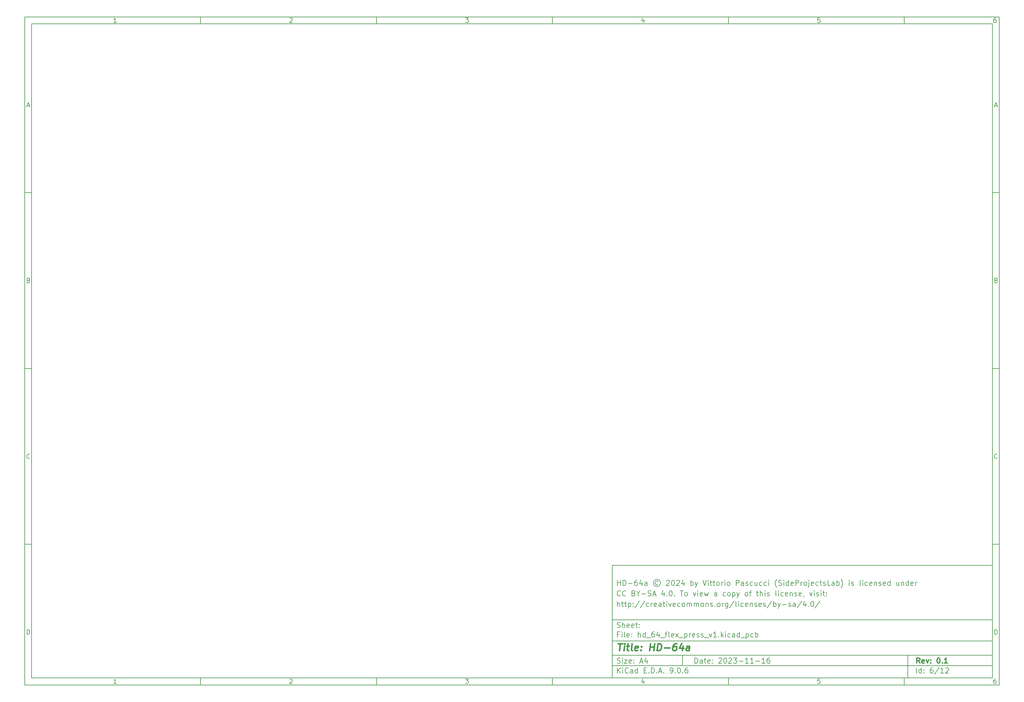
<source format=gbr>
%TF.GenerationSoftware,KiCad,Pcbnew,9.0.6*%
%TF.CreationDate,2025-11-27T00:01:33+01:00*%
%TF.ProjectId,hd_64_flex_press_v1,68645f36-345f-4666-9c65-785f70726573,0.1*%
%TF.SameCoordinates,PXd7966e0PY3c8eee0*%
%TF.FileFunction,Legend,Bot*%
%TF.FilePolarity,Positive*%
%FSLAX46Y46*%
G04 Gerber Fmt 4.6, Leading zero omitted, Abs format (unit mm)*
G04 Created by KiCad (PCBNEW 9.0.6) date 2025-11-27 00:01:33*
%MOMM*%
%LPD*%
G01*
G04 APERTURE LIST*
%ADD10C,0.100000*%
%ADD11C,0.150000*%
%ADD12C,0.300000*%
%ADD13C,0.400000*%
G04 APERTURE END LIST*
D10*
D11*
X-49057800Y-102507200D02*
X58942200Y-102507200D01*
X58942200Y-134507200D01*
X-49057800Y-134507200D01*
X-49057800Y-102507200D01*
D10*
D11*
X-216060000Y53500000D02*
X60942200Y53500000D01*
X60942200Y-136507200D01*
X-216060000Y-136507200D01*
X-216060000Y53500000D01*
D10*
D11*
X-214060000Y51500000D02*
X58942200Y51500000D01*
X58942200Y-134507200D01*
X-214060000Y-134507200D01*
X-214060000Y51500000D01*
D10*
D11*
X-166060000Y51500000D02*
X-166060000Y53500000D01*
D10*
D11*
X-116060000Y51500000D02*
X-116060000Y53500000D01*
D10*
D11*
X-66060000Y51500000D02*
X-66060000Y53500000D01*
D10*
D11*
X-16060000Y51500000D02*
X-16060000Y53500000D01*
D10*
D11*
X33940000Y51500000D02*
X33940000Y53500000D01*
D10*
D11*
X-189970840Y51906396D02*
X-190713697Y51906396D01*
X-190342269Y51906396D02*
X-190342269Y53206396D01*
X-190342269Y53206396D02*
X-190466078Y53020681D01*
X-190466078Y53020681D02*
X-190589888Y52896872D01*
X-190589888Y52896872D02*
X-190713697Y52834967D01*
D10*
D11*
X-140713697Y53082586D02*
X-140651793Y53144491D01*
X-140651793Y53144491D02*
X-140527983Y53206396D01*
X-140527983Y53206396D02*
X-140218459Y53206396D01*
X-140218459Y53206396D02*
X-140094650Y53144491D01*
X-140094650Y53144491D02*
X-140032745Y53082586D01*
X-140032745Y53082586D02*
X-139970840Y52958777D01*
X-139970840Y52958777D02*
X-139970840Y52834967D01*
X-139970840Y52834967D02*
X-140032745Y52649253D01*
X-140032745Y52649253D02*
X-140775602Y51906396D01*
X-140775602Y51906396D02*
X-139970840Y51906396D01*
D10*
D11*
X-90775602Y53206396D02*
X-89970840Y53206396D01*
X-89970840Y53206396D02*
X-90404174Y52711158D01*
X-90404174Y52711158D02*
X-90218459Y52711158D01*
X-90218459Y52711158D02*
X-90094650Y52649253D01*
X-90094650Y52649253D02*
X-90032745Y52587348D01*
X-90032745Y52587348D02*
X-89970840Y52463539D01*
X-89970840Y52463539D02*
X-89970840Y52154015D01*
X-89970840Y52154015D02*
X-90032745Y52030205D01*
X-90032745Y52030205D02*
X-90094650Y51968300D01*
X-90094650Y51968300D02*
X-90218459Y51906396D01*
X-90218459Y51906396D02*
X-90589888Y51906396D01*
X-90589888Y51906396D02*
X-90713697Y51968300D01*
X-90713697Y51968300D02*
X-90775602Y52030205D01*
D10*
D11*
X-40094650Y52773062D02*
X-40094650Y51906396D01*
X-40404174Y53268300D02*
X-40713697Y52339729D01*
X-40713697Y52339729D02*
X-39908936Y52339729D01*
D10*
D11*
X9967255Y53206396D02*
X9348207Y53206396D01*
X9348207Y53206396D02*
X9286303Y52587348D01*
X9286303Y52587348D02*
X9348207Y52649253D01*
X9348207Y52649253D02*
X9472017Y52711158D01*
X9472017Y52711158D02*
X9781541Y52711158D01*
X9781541Y52711158D02*
X9905350Y52649253D01*
X9905350Y52649253D02*
X9967255Y52587348D01*
X9967255Y52587348D02*
X10029160Y52463539D01*
X10029160Y52463539D02*
X10029160Y52154015D01*
X10029160Y52154015D02*
X9967255Y52030205D01*
X9967255Y52030205D02*
X9905350Y51968300D01*
X9905350Y51968300D02*
X9781541Y51906396D01*
X9781541Y51906396D02*
X9472017Y51906396D01*
X9472017Y51906396D02*
X9348207Y51968300D01*
X9348207Y51968300D02*
X9286303Y52030205D01*
D10*
D11*
X59905350Y53206396D02*
X59657731Y53206396D01*
X59657731Y53206396D02*
X59533922Y53144491D01*
X59533922Y53144491D02*
X59472017Y53082586D01*
X59472017Y53082586D02*
X59348207Y52896872D01*
X59348207Y52896872D02*
X59286303Y52649253D01*
X59286303Y52649253D02*
X59286303Y52154015D01*
X59286303Y52154015D02*
X59348207Y52030205D01*
X59348207Y52030205D02*
X59410112Y51968300D01*
X59410112Y51968300D02*
X59533922Y51906396D01*
X59533922Y51906396D02*
X59781541Y51906396D01*
X59781541Y51906396D02*
X59905350Y51968300D01*
X59905350Y51968300D02*
X59967255Y52030205D01*
X59967255Y52030205D02*
X60029160Y52154015D01*
X60029160Y52154015D02*
X60029160Y52463539D01*
X60029160Y52463539D02*
X59967255Y52587348D01*
X59967255Y52587348D02*
X59905350Y52649253D01*
X59905350Y52649253D02*
X59781541Y52711158D01*
X59781541Y52711158D02*
X59533922Y52711158D01*
X59533922Y52711158D02*
X59410112Y52649253D01*
X59410112Y52649253D02*
X59348207Y52587348D01*
X59348207Y52587348D02*
X59286303Y52463539D01*
D10*
D11*
X-166060000Y-134507200D02*
X-166060000Y-136507200D01*
D10*
D11*
X-116060000Y-134507200D02*
X-116060000Y-136507200D01*
D10*
D11*
X-66060000Y-134507200D02*
X-66060000Y-136507200D01*
D10*
D11*
X-16060000Y-134507200D02*
X-16060000Y-136507200D01*
D10*
D11*
X33940000Y-134507200D02*
X33940000Y-136507200D01*
D10*
D11*
X-189970840Y-136100804D02*
X-190713697Y-136100804D01*
X-190342269Y-136100804D02*
X-190342269Y-134800804D01*
X-190342269Y-134800804D02*
X-190466078Y-134986519D01*
X-190466078Y-134986519D02*
X-190589888Y-135110328D01*
X-190589888Y-135110328D02*
X-190713697Y-135172233D01*
D10*
D11*
X-140713697Y-134924614D02*
X-140651793Y-134862709D01*
X-140651793Y-134862709D02*
X-140527983Y-134800804D01*
X-140527983Y-134800804D02*
X-140218459Y-134800804D01*
X-140218459Y-134800804D02*
X-140094650Y-134862709D01*
X-140094650Y-134862709D02*
X-140032745Y-134924614D01*
X-140032745Y-134924614D02*
X-139970840Y-135048423D01*
X-139970840Y-135048423D02*
X-139970840Y-135172233D01*
X-139970840Y-135172233D02*
X-140032745Y-135357947D01*
X-140032745Y-135357947D02*
X-140775602Y-136100804D01*
X-140775602Y-136100804D02*
X-139970840Y-136100804D01*
D10*
D11*
X-90775602Y-134800804D02*
X-89970840Y-134800804D01*
X-89970840Y-134800804D02*
X-90404174Y-135296042D01*
X-90404174Y-135296042D02*
X-90218459Y-135296042D01*
X-90218459Y-135296042D02*
X-90094650Y-135357947D01*
X-90094650Y-135357947D02*
X-90032745Y-135419852D01*
X-90032745Y-135419852D02*
X-89970840Y-135543661D01*
X-89970840Y-135543661D02*
X-89970840Y-135853185D01*
X-89970840Y-135853185D02*
X-90032745Y-135976995D01*
X-90032745Y-135976995D02*
X-90094650Y-136038900D01*
X-90094650Y-136038900D02*
X-90218459Y-136100804D01*
X-90218459Y-136100804D02*
X-90589888Y-136100804D01*
X-90589888Y-136100804D02*
X-90713697Y-136038900D01*
X-90713697Y-136038900D02*
X-90775602Y-135976995D01*
D10*
D11*
X-40094650Y-135234138D02*
X-40094650Y-136100804D01*
X-40404174Y-134738900D02*
X-40713697Y-135667471D01*
X-40713697Y-135667471D02*
X-39908936Y-135667471D01*
D10*
D11*
X9967255Y-134800804D02*
X9348207Y-134800804D01*
X9348207Y-134800804D02*
X9286303Y-135419852D01*
X9286303Y-135419852D02*
X9348207Y-135357947D01*
X9348207Y-135357947D02*
X9472017Y-135296042D01*
X9472017Y-135296042D02*
X9781541Y-135296042D01*
X9781541Y-135296042D02*
X9905350Y-135357947D01*
X9905350Y-135357947D02*
X9967255Y-135419852D01*
X9967255Y-135419852D02*
X10029160Y-135543661D01*
X10029160Y-135543661D02*
X10029160Y-135853185D01*
X10029160Y-135853185D02*
X9967255Y-135976995D01*
X9967255Y-135976995D02*
X9905350Y-136038900D01*
X9905350Y-136038900D02*
X9781541Y-136100804D01*
X9781541Y-136100804D02*
X9472017Y-136100804D01*
X9472017Y-136100804D02*
X9348207Y-136038900D01*
X9348207Y-136038900D02*
X9286303Y-135976995D01*
D10*
D11*
X59905350Y-134800804D02*
X59657731Y-134800804D01*
X59657731Y-134800804D02*
X59533922Y-134862709D01*
X59533922Y-134862709D02*
X59472017Y-134924614D01*
X59472017Y-134924614D02*
X59348207Y-135110328D01*
X59348207Y-135110328D02*
X59286303Y-135357947D01*
X59286303Y-135357947D02*
X59286303Y-135853185D01*
X59286303Y-135853185D02*
X59348207Y-135976995D01*
X59348207Y-135976995D02*
X59410112Y-136038900D01*
X59410112Y-136038900D02*
X59533922Y-136100804D01*
X59533922Y-136100804D02*
X59781541Y-136100804D01*
X59781541Y-136100804D02*
X59905350Y-136038900D01*
X59905350Y-136038900D02*
X59967255Y-135976995D01*
X59967255Y-135976995D02*
X60029160Y-135853185D01*
X60029160Y-135853185D02*
X60029160Y-135543661D01*
X60029160Y-135543661D02*
X59967255Y-135419852D01*
X59967255Y-135419852D02*
X59905350Y-135357947D01*
X59905350Y-135357947D02*
X59781541Y-135296042D01*
X59781541Y-135296042D02*
X59533922Y-135296042D01*
X59533922Y-135296042D02*
X59410112Y-135357947D01*
X59410112Y-135357947D02*
X59348207Y-135419852D01*
X59348207Y-135419852D02*
X59286303Y-135543661D01*
D10*
D11*
X-216060000Y3500000D02*
X-214060000Y3500000D01*
D10*
D11*
X-216060000Y-46500000D02*
X-214060000Y-46500000D01*
D10*
D11*
X-216060000Y-96500000D02*
X-214060000Y-96500000D01*
D10*
D11*
X-215369524Y28277824D02*
X-214750477Y28277824D01*
X-215493334Y27906396D02*
X-215060001Y29206396D01*
X-215060001Y29206396D02*
X-214626667Y27906396D01*
D10*
D11*
X-214967143Y-21412652D02*
X-214781429Y-21474557D01*
X-214781429Y-21474557D02*
X-214719524Y-21536461D01*
X-214719524Y-21536461D02*
X-214657620Y-21660271D01*
X-214657620Y-21660271D02*
X-214657620Y-21845985D01*
X-214657620Y-21845985D02*
X-214719524Y-21969795D01*
X-214719524Y-21969795D02*
X-214781429Y-22031700D01*
X-214781429Y-22031700D02*
X-214905239Y-22093604D01*
X-214905239Y-22093604D02*
X-215400477Y-22093604D01*
X-215400477Y-22093604D02*
X-215400477Y-20793604D01*
X-215400477Y-20793604D02*
X-214967143Y-20793604D01*
X-214967143Y-20793604D02*
X-214843334Y-20855509D01*
X-214843334Y-20855509D02*
X-214781429Y-20917414D01*
X-214781429Y-20917414D02*
X-214719524Y-21041223D01*
X-214719524Y-21041223D02*
X-214719524Y-21165033D01*
X-214719524Y-21165033D02*
X-214781429Y-21288842D01*
X-214781429Y-21288842D02*
X-214843334Y-21350747D01*
X-214843334Y-21350747D02*
X-214967143Y-21412652D01*
X-214967143Y-21412652D02*
X-215400477Y-21412652D01*
D10*
D11*
X-214657620Y-71969795D02*
X-214719524Y-72031700D01*
X-214719524Y-72031700D02*
X-214905239Y-72093604D01*
X-214905239Y-72093604D02*
X-215029048Y-72093604D01*
X-215029048Y-72093604D02*
X-215214762Y-72031700D01*
X-215214762Y-72031700D02*
X-215338572Y-71907890D01*
X-215338572Y-71907890D02*
X-215400477Y-71784080D01*
X-215400477Y-71784080D02*
X-215462381Y-71536461D01*
X-215462381Y-71536461D02*
X-215462381Y-71350747D01*
X-215462381Y-71350747D02*
X-215400477Y-71103128D01*
X-215400477Y-71103128D02*
X-215338572Y-70979319D01*
X-215338572Y-70979319D02*
X-215214762Y-70855509D01*
X-215214762Y-70855509D02*
X-215029048Y-70793604D01*
X-215029048Y-70793604D02*
X-214905239Y-70793604D01*
X-214905239Y-70793604D02*
X-214719524Y-70855509D01*
X-214719524Y-70855509D02*
X-214657620Y-70917414D01*
D10*
D11*
X-215400477Y-122093604D02*
X-215400477Y-120793604D01*
X-215400477Y-120793604D02*
X-215090953Y-120793604D01*
X-215090953Y-120793604D02*
X-214905239Y-120855509D01*
X-214905239Y-120855509D02*
X-214781429Y-120979319D01*
X-214781429Y-120979319D02*
X-214719524Y-121103128D01*
X-214719524Y-121103128D02*
X-214657620Y-121350747D01*
X-214657620Y-121350747D02*
X-214657620Y-121536461D01*
X-214657620Y-121536461D02*
X-214719524Y-121784080D01*
X-214719524Y-121784080D02*
X-214781429Y-121907890D01*
X-214781429Y-121907890D02*
X-214905239Y-122031700D01*
X-214905239Y-122031700D02*
X-215090953Y-122093604D01*
X-215090953Y-122093604D02*
X-215400477Y-122093604D01*
D10*
D11*
X60942200Y3500000D02*
X58942200Y3500000D01*
D10*
D11*
X60942200Y-46500000D02*
X58942200Y-46500000D01*
D10*
D11*
X60942200Y-96500000D02*
X58942200Y-96500000D01*
D10*
D11*
X59632676Y28277824D02*
X60251723Y28277824D01*
X59508866Y27906396D02*
X59942199Y29206396D01*
X59942199Y29206396D02*
X60375533Y27906396D01*
D10*
D11*
X60035057Y-21412652D02*
X60220771Y-21474557D01*
X60220771Y-21474557D02*
X60282676Y-21536461D01*
X60282676Y-21536461D02*
X60344580Y-21660271D01*
X60344580Y-21660271D02*
X60344580Y-21845985D01*
X60344580Y-21845985D02*
X60282676Y-21969795D01*
X60282676Y-21969795D02*
X60220771Y-22031700D01*
X60220771Y-22031700D02*
X60096961Y-22093604D01*
X60096961Y-22093604D02*
X59601723Y-22093604D01*
X59601723Y-22093604D02*
X59601723Y-20793604D01*
X59601723Y-20793604D02*
X60035057Y-20793604D01*
X60035057Y-20793604D02*
X60158866Y-20855509D01*
X60158866Y-20855509D02*
X60220771Y-20917414D01*
X60220771Y-20917414D02*
X60282676Y-21041223D01*
X60282676Y-21041223D02*
X60282676Y-21165033D01*
X60282676Y-21165033D02*
X60220771Y-21288842D01*
X60220771Y-21288842D02*
X60158866Y-21350747D01*
X60158866Y-21350747D02*
X60035057Y-21412652D01*
X60035057Y-21412652D02*
X59601723Y-21412652D01*
D10*
D11*
X60344580Y-71969795D02*
X60282676Y-72031700D01*
X60282676Y-72031700D02*
X60096961Y-72093604D01*
X60096961Y-72093604D02*
X59973152Y-72093604D01*
X59973152Y-72093604D02*
X59787438Y-72031700D01*
X59787438Y-72031700D02*
X59663628Y-71907890D01*
X59663628Y-71907890D02*
X59601723Y-71784080D01*
X59601723Y-71784080D02*
X59539819Y-71536461D01*
X59539819Y-71536461D02*
X59539819Y-71350747D01*
X59539819Y-71350747D02*
X59601723Y-71103128D01*
X59601723Y-71103128D02*
X59663628Y-70979319D01*
X59663628Y-70979319D02*
X59787438Y-70855509D01*
X59787438Y-70855509D02*
X59973152Y-70793604D01*
X59973152Y-70793604D02*
X60096961Y-70793604D01*
X60096961Y-70793604D02*
X60282676Y-70855509D01*
X60282676Y-70855509D02*
X60344580Y-70917414D01*
D10*
D11*
X59601723Y-122093604D02*
X59601723Y-120793604D01*
X59601723Y-120793604D02*
X59911247Y-120793604D01*
X59911247Y-120793604D02*
X60096961Y-120855509D01*
X60096961Y-120855509D02*
X60220771Y-120979319D01*
X60220771Y-120979319D02*
X60282676Y-121103128D01*
X60282676Y-121103128D02*
X60344580Y-121350747D01*
X60344580Y-121350747D02*
X60344580Y-121536461D01*
X60344580Y-121536461D02*
X60282676Y-121784080D01*
X60282676Y-121784080D02*
X60220771Y-121907890D01*
X60220771Y-121907890D02*
X60096961Y-122031700D01*
X60096961Y-122031700D02*
X59911247Y-122093604D01*
X59911247Y-122093604D02*
X59601723Y-122093604D01*
D10*
D11*
X-25601974Y-130293328D02*
X-25601974Y-128793328D01*
X-25601974Y-128793328D02*
X-25244831Y-128793328D01*
X-25244831Y-128793328D02*
X-25030545Y-128864757D01*
X-25030545Y-128864757D02*
X-24887688Y-129007614D01*
X-24887688Y-129007614D02*
X-24816259Y-129150471D01*
X-24816259Y-129150471D02*
X-24744831Y-129436185D01*
X-24744831Y-129436185D02*
X-24744831Y-129650471D01*
X-24744831Y-129650471D02*
X-24816259Y-129936185D01*
X-24816259Y-129936185D02*
X-24887688Y-130079042D01*
X-24887688Y-130079042D02*
X-25030545Y-130221900D01*
X-25030545Y-130221900D02*
X-25244831Y-130293328D01*
X-25244831Y-130293328D02*
X-25601974Y-130293328D01*
X-23459116Y-130293328D02*
X-23459116Y-129507614D01*
X-23459116Y-129507614D02*
X-23530545Y-129364757D01*
X-23530545Y-129364757D02*
X-23673402Y-129293328D01*
X-23673402Y-129293328D02*
X-23959116Y-129293328D01*
X-23959116Y-129293328D02*
X-24101974Y-129364757D01*
X-23459116Y-130221900D02*
X-23601974Y-130293328D01*
X-23601974Y-130293328D02*
X-23959116Y-130293328D01*
X-23959116Y-130293328D02*
X-24101974Y-130221900D01*
X-24101974Y-130221900D02*
X-24173402Y-130079042D01*
X-24173402Y-130079042D02*
X-24173402Y-129936185D01*
X-24173402Y-129936185D02*
X-24101974Y-129793328D01*
X-24101974Y-129793328D02*
X-23959116Y-129721900D01*
X-23959116Y-129721900D02*
X-23601974Y-129721900D01*
X-23601974Y-129721900D02*
X-23459116Y-129650471D01*
X-22959116Y-129293328D02*
X-22387688Y-129293328D01*
X-22744831Y-128793328D02*
X-22744831Y-130079042D01*
X-22744831Y-130079042D02*
X-22673402Y-130221900D01*
X-22673402Y-130221900D02*
X-22530545Y-130293328D01*
X-22530545Y-130293328D02*
X-22387688Y-130293328D01*
X-21316259Y-130221900D02*
X-21459116Y-130293328D01*
X-21459116Y-130293328D02*
X-21744830Y-130293328D01*
X-21744830Y-130293328D02*
X-21887688Y-130221900D01*
X-21887688Y-130221900D02*
X-21959116Y-130079042D01*
X-21959116Y-130079042D02*
X-21959116Y-129507614D01*
X-21959116Y-129507614D02*
X-21887688Y-129364757D01*
X-21887688Y-129364757D02*
X-21744830Y-129293328D01*
X-21744830Y-129293328D02*
X-21459116Y-129293328D01*
X-21459116Y-129293328D02*
X-21316259Y-129364757D01*
X-21316259Y-129364757D02*
X-21244830Y-129507614D01*
X-21244830Y-129507614D02*
X-21244830Y-129650471D01*
X-21244830Y-129650471D02*
X-21959116Y-129793328D01*
X-20601974Y-130150471D02*
X-20530545Y-130221900D01*
X-20530545Y-130221900D02*
X-20601974Y-130293328D01*
X-20601974Y-130293328D02*
X-20673402Y-130221900D01*
X-20673402Y-130221900D02*
X-20601974Y-130150471D01*
X-20601974Y-130150471D02*
X-20601974Y-130293328D01*
X-20601974Y-129364757D02*
X-20530545Y-129436185D01*
X-20530545Y-129436185D02*
X-20601974Y-129507614D01*
X-20601974Y-129507614D02*
X-20673402Y-129436185D01*
X-20673402Y-129436185D02*
X-20601974Y-129364757D01*
X-20601974Y-129364757D02*
X-20601974Y-129507614D01*
X-18816259Y-128936185D02*
X-18744831Y-128864757D01*
X-18744831Y-128864757D02*
X-18601973Y-128793328D01*
X-18601973Y-128793328D02*
X-18244831Y-128793328D01*
X-18244831Y-128793328D02*
X-18101973Y-128864757D01*
X-18101973Y-128864757D02*
X-18030545Y-128936185D01*
X-18030545Y-128936185D02*
X-17959116Y-129079042D01*
X-17959116Y-129079042D02*
X-17959116Y-129221900D01*
X-17959116Y-129221900D02*
X-18030545Y-129436185D01*
X-18030545Y-129436185D02*
X-18887688Y-130293328D01*
X-18887688Y-130293328D02*
X-17959116Y-130293328D01*
X-17030545Y-128793328D02*
X-16887688Y-128793328D01*
X-16887688Y-128793328D02*
X-16744831Y-128864757D01*
X-16744831Y-128864757D02*
X-16673402Y-128936185D01*
X-16673402Y-128936185D02*
X-16601974Y-129079042D01*
X-16601974Y-129079042D02*
X-16530545Y-129364757D01*
X-16530545Y-129364757D02*
X-16530545Y-129721900D01*
X-16530545Y-129721900D02*
X-16601974Y-130007614D01*
X-16601974Y-130007614D02*
X-16673402Y-130150471D01*
X-16673402Y-130150471D02*
X-16744831Y-130221900D01*
X-16744831Y-130221900D02*
X-16887688Y-130293328D01*
X-16887688Y-130293328D02*
X-17030545Y-130293328D01*
X-17030545Y-130293328D02*
X-17173402Y-130221900D01*
X-17173402Y-130221900D02*
X-17244831Y-130150471D01*
X-17244831Y-130150471D02*
X-17316260Y-130007614D01*
X-17316260Y-130007614D02*
X-17387688Y-129721900D01*
X-17387688Y-129721900D02*
X-17387688Y-129364757D01*
X-17387688Y-129364757D02*
X-17316260Y-129079042D01*
X-17316260Y-129079042D02*
X-17244831Y-128936185D01*
X-17244831Y-128936185D02*
X-17173402Y-128864757D01*
X-17173402Y-128864757D02*
X-17030545Y-128793328D01*
X-15959117Y-128936185D02*
X-15887689Y-128864757D01*
X-15887689Y-128864757D02*
X-15744831Y-128793328D01*
X-15744831Y-128793328D02*
X-15387689Y-128793328D01*
X-15387689Y-128793328D02*
X-15244831Y-128864757D01*
X-15244831Y-128864757D02*
X-15173403Y-128936185D01*
X-15173403Y-128936185D02*
X-15101974Y-129079042D01*
X-15101974Y-129079042D02*
X-15101974Y-129221900D01*
X-15101974Y-129221900D02*
X-15173403Y-129436185D01*
X-15173403Y-129436185D02*
X-16030546Y-130293328D01*
X-16030546Y-130293328D02*
X-15101974Y-130293328D01*
X-14601975Y-128793328D02*
X-13673403Y-128793328D01*
X-13673403Y-128793328D02*
X-14173403Y-129364757D01*
X-14173403Y-129364757D02*
X-13959118Y-129364757D01*
X-13959118Y-129364757D02*
X-13816260Y-129436185D01*
X-13816260Y-129436185D02*
X-13744832Y-129507614D01*
X-13744832Y-129507614D02*
X-13673403Y-129650471D01*
X-13673403Y-129650471D02*
X-13673403Y-130007614D01*
X-13673403Y-130007614D02*
X-13744832Y-130150471D01*
X-13744832Y-130150471D02*
X-13816260Y-130221900D01*
X-13816260Y-130221900D02*
X-13959118Y-130293328D01*
X-13959118Y-130293328D02*
X-14387689Y-130293328D01*
X-14387689Y-130293328D02*
X-14530546Y-130221900D01*
X-14530546Y-130221900D02*
X-14601975Y-130150471D01*
X-13030547Y-129721900D02*
X-11887689Y-129721900D01*
X-10387689Y-130293328D02*
X-11244832Y-130293328D01*
X-10816261Y-130293328D02*
X-10816261Y-128793328D01*
X-10816261Y-128793328D02*
X-10959118Y-129007614D01*
X-10959118Y-129007614D02*
X-11101975Y-129150471D01*
X-11101975Y-129150471D02*
X-11244832Y-129221900D01*
X-8959118Y-130293328D02*
X-9816261Y-130293328D01*
X-9387690Y-130293328D02*
X-9387690Y-128793328D01*
X-9387690Y-128793328D02*
X-9530547Y-129007614D01*
X-9530547Y-129007614D02*
X-9673404Y-129150471D01*
X-9673404Y-129150471D02*
X-9816261Y-129221900D01*
X-8316262Y-129721900D02*
X-7173404Y-129721900D01*
X-5673404Y-130293328D02*
X-6530547Y-130293328D01*
X-6101976Y-130293328D02*
X-6101976Y-128793328D01*
X-6101976Y-128793328D02*
X-6244833Y-129007614D01*
X-6244833Y-129007614D02*
X-6387690Y-129150471D01*
X-6387690Y-129150471D02*
X-6530547Y-129221900D01*
X-4387690Y-128793328D02*
X-4673405Y-128793328D01*
X-4673405Y-128793328D02*
X-4816262Y-128864757D01*
X-4816262Y-128864757D02*
X-4887690Y-128936185D01*
X-4887690Y-128936185D02*
X-5030548Y-129150471D01*
X-5030548Y-129150471D02*
X-5101976Y-129436185D01*
X-5101976Y-129436185D02*
X-5101976Y-130007614D01*
X-5101976Y-130007614D02*
X-5030548Y-130150471D01*
X-5030548Y-130150471D02*
X-4959119Y-130221900D01*
X-4959119Y-130221900D02*
X-4816262Y-130293328D01*
X-4816262Y-130293328D02*
X-4530548Y-130293328D01*
X-4530548Y-130293328D02*
X-4387690Y-130221900D01*
X-4387690Y-130221900D02*
X-4316262Y-130150471D01*
X-4316262Y-130150471D02*
X-4244833Y-130007614D01*
X-4244833Y-130007614D02*
X-4244833Y-129650471D01*
X-4244833Y-129650471D02*
X-4316262Y-129507614D01*
X-4316262Y-129507614D02*
X-4387690Y-129436185D01*
X-4387690Y-129436185D02*
X-4530548Y-129364757D01*
X-4530548Y-129364757D02*
X-4816262Y-129364757D01*
X-4816262Y-129364757D02*
X-4959119Y-129436185D01*
X-4959119Y-129436185D02*
X-5030548Y-129507614D01*
X-5030548Y-129507614D02*
X-5101976Y-129650471D01*
D10*
D11*
X-49057800Y-131007200D02*
X58942200Y-131007200D01*
D10*
D11*
X-47601974Y-133093328D02*
X-47601974Y-131593328D01*
X-46744831Y-133093328D02*
X-47387688Y-132236185D01*
X-46744831Y-131593328D02*
X-47601974Y-132450471D01*
X-46101974Y-133093328D02*
X-46101974Y-132093328D01*
X-46101974Y-131593328D02*
X-46173402Y-131664757D01*
X-46173402Y-131664757D02*
X-46101974Y-131736185D01*
X-46101974Y-131736185D02*
X-46030545Y-131664757D01*
X-46030545Y-131664757D02*
X-46101974Y-131593328D01*
X-46101974Y-131593328D02*
X-46101974Y-131736185D01*
X-44530545Y-132950471D02*
X-44601973Y-133021900D01*
X-44601973Y-133021900D02*
X-44816259Y-133093328D01*
X-44816259Y-133093328D02*
X-44959116Y-133093328D01*
X-44959116Y-133093328D02*
X-45173402Y-133021900D01*
X-45173402Y-133021900D02*
X-45316259Y-132879042D01*
X-45316259Y-132879042D02*
X-45387688Y-132736185D01*
X-45387688Y-132736185D02*
X-45459116Y-132450471D01*
X-45459116Y-132450471D02*
X-45459116Y-132236185D01*
X-45459116Y-132236185D02*
X-45387688Y-131950471D01*
X-45387688Y-131950471D02*
X-45316259Y-131807614D01*
X-45316259Y-131807614D02*
X-45173402Y-131664757D01*
X-45173402Y-131664757D02*
X-44959116Y-131593328D01*
X-44959116Y-131593328D02*
X-44816259Y-131593328D01*
X-44816259Y-131593328D02*
X-44601973Y-131664757D01*
X-44601973Y-131664757D02*
X-44530545Y-131736185D01*
X-43244830Y-133093328D02*
X-43244830Y-132307614D01*
X-43244830Y-132307614D02*
X-43316259Y-132164757D01*
X-43316259Y-132164757D02*
X-43459116Y-132093328D01*
X-43459116Y-132093328D02*
X-43744830Y-132093328D01*
X-43744830Y-132093328D02*
X-43887688Y-132164757D01*
X-43244830Y-133021900D02*
X-43387688Y-133093328D01*
X-43387688Y-133093328D02*
X-43744830Y-133093328D01*
X-43744830Y-133093328D02*
X-43887688Y-133021900D01*
X-43887688Y-133021900D02*
X-43959116Y-132879042D01*
X-43959116Y-132879042D02*
X-43959116Y-132736185D01*
X-43959116Y-132736185D02*
X-43887688Y-132593328D01*
X-43887688Y-132593328D02*
X-43744830Y-132521900D01*
X-43744830Y-132521900D02*
X-43387688Y-132521900D01*
X-43387688Y-132521900D02*
X-43244830Y-132450471D01*
X-41887687Y-133093328D02*
X-41887687Y-131593328D01*
X-41887687Y-133021900D02*
X-42030545Y-133093328D01*
X-42030545Y-133093328D02*
X-42316259Y-133093328D01*
X-42316259Y-133093328D02*
X-42459116Y-133021900D01*
X-42459116Y-133021900D02*
X-42530545Y-132950471D01*
X-42530545Y-132950471D02*
X-42601973Y-132807614D01*
X-42601973Y-132807614D02*
X-42601973Y-132379042D01*
X-42601973Y-132379042D02*
X-42530545Y-132236185D01*
X-42530545Y-132236185D02*
X-42459116Y-132164757D01*
X-42459116Y-132164757D02*
X-42316259Y-132093328D01*
X-42316259Y-132093328D02*
X-42030545Y-132093328D01*
X-42030545Y-132093328D02*
X-41887687Y-132164757D01*
X-40030545Y-132307614D02*
X-39530545Y-132307614D01*
X-39316259Y-133093328D02*
X-40030545Y-133093328D01*
X-40030545Y-133093328D02*
X-40030545Y-131593328D01*
X-40030545Y-131593328D02*
X-39316259Y-131593328D01*
X-38673402Y-132950471D02*
X-38601973Y-133021900D01*
X-38601973Y-133021900D02*
X-38673402Y-133093328D01*
X-38673402Y-133093328D02*
X-38744830Y-133021900D01*
X-38744830Y-133021900D02*
X-38673402Y-132950471D01*
X-38673402Y-132950471D02*
X-38673402Y-133093328D01*
X-37959116Y-133093328D02*
X-37959116Y-131593328D01*
X-37959116Y-131593328D02*
X-37601973Y-131593328D01*
X-37601973Y-131593328D02*
X-37387687Y-131664757D01*
X-37387687Y-131664757D02*
X-37244830Y-131807614D01*
X-37244830Y-131807614D02*
X-37173401Y-131950471D01*
X-37173401Y-131950471D02*
X-37101973Y-132236185D01*
X-37101973Y-132236185D02*
X-37101973Y-132450471D01*
X-37101973Y-132450471D02*
X-37173401Y-132736185D01*
X-37173401Y-132736185D02*
X-37244830Y-132879042D01*
X-37244830Y-132879042D02*
X-37387687Y-133021900D01*
X-37387687Y-133021900D02*
X-37601973Y-133093328D01*
X-37601973Y-133093328D02*
X-37959116Y-133093328D01*
X-36459116Y-132950471D02*
X-36387687Y-133021900D01*
X-36387687Y-133021900D02*
X-36459116Y-133093328D01*
X-36459116Y-133093328D02*
X-36530544Y-133021900D01*
X-36530544Y-133021900D02*
X-36459116Y-132950471D01*
X-36459116Y-132950471D02*
X-36459116Y-133093328D01*
X-35816258Y-132664757D02*
X-35101972Y-132664757D01*
X-35959115Y-133093328D02*
X-35459115Y-131593328D01*
X-35459115Y-131593328D02*
X-34959115Y-133093328D01*
X-34459116Y-132950471D02*
X-34387687Y-133021900D01*
X-34387687Y-133021900D02*
X-34459116Y-133093328D01*
X-34459116Y-133093328D02*
X-34530544Y-133021900D01*
X-34530544Y-133021900D02*
X-34459116Y-132950471D01*
X-34459116Y-132950471D02*
X-34459116Y-133093328D01*
X-32530544Y-133093328D02*
X-32244830Y-133093328D01*
X-32244830Y-133093328D02*
X-32101973Y-133021900D01*
X-32101973Y-133021900D02*
X-32030544Y-132950471D01*
X-32030544Y-132950471D02*
X-31887687Y-132736185D01*
X-31887687Y-132736185D02*
X-31816258Y-132450471D01*
X-31816258Y-132450471D02*
X-31816258Y-131879042D01*
X-31816258Y-131879042D02*
X-31887687Y-131736185D01*
X-31887687Y-131736185D02*
X-31959115Y-131664757D01*
X-31959115Y-131664757D02*
X-32101973Y-131593328D01*
X-32101973Y-131593328D02*
X-32387687Y-131593328D01*
X-32387687Y-131593328D02*
X-32530544Y-131664757D01*
X-32530544Y-131664757D02*
X-32601973Y-131736185D01*
X-32601973Y-131736185D02*
X-32673401Y-131879042D01*
X-32673401Y-131879042D02*
X-32673401Y-132236185D01*
X-32673401Y-132236185D02*
X-32601973Y-132379042D01*
X-32601973Y-132379042D02*
X-32530544Y-132450471D01*
X-32530544Y-132450471D02*
X-32387687Y-132521900D01*
X-32387687Y-132521900D02*
X-32101973Y-132521900D01*
X-32101973Y-132521900D02*
X-31959115Y-132450471D01*
X-31959115Y-132450471D02*
X-31887687Y-132379042D01*
X-31887687Y-132379042D02*
X-31816258Y-132236185D01*
X-31173402Y-132950471D02*
X-31101973Y-133021900D01*
X-31101973Y-133021900D02*
X-31173402Y-133093328D01*
X-31173402Y-133093328D02*
X-31244830Y-133021900D01*
X-31244830Y-133021900D02*
X-31173402Y-132950471D01*
X-31173402Y-132950471D02*
X-31173402Y-133093328D01*
X-30173401Y-131593328D02*
X-30030544Y-131593328D01*
X-30030544Y-131593328D02*
X-29887687Y-131664757D01*
X-29887687Y-131664757D02*
X-29816258Y-131736185D01*
X-29816258Y-131736185D02*
X-29744830Y-131879042D01*
X-29744830Y-131879042D02*
X-29673401Y-132164757D01*
X-29673401Y-132164757D02*
X-29673401Y-132521900D01*
X-29673401Y-132521900D02*
X-29744830Y-132807614D01*
X-29744830Y-132807614D02*
X-29816258Y-132950471D01*
X-29816258Y-132950471D02*
X-29887687Y-133021900D01*
X-29887687Y-133021900D02*
X-30030544Y-133093328D01*
X-30030544Y-133093328D02*
X-30173401Y-133093328D01*
X-30173401Y-133093328D02*
X-30316258Y-133021900D01*
X-30316258Y-133021900D02*
X-30387687Y-132950471D01*
X-30387687Y-132950471D02*
X-30459116Y-132807614D01*
X-30459116Y-132807614D02*
X-30530544Y-132521900D01*
X-30530544Y-132521900D02*
X-30530544Y-132164757D01*
X-30530544Y-132164757D02*
X-30459116Y-131879042D01*
X-30459116Y-131879042D02*
X-30387687Y-131736185D01*
X-30387687Y-131736185D02*
X-30316258Y-131664757D01*
X-30316258Y-131664757D02*
X-30173401Y-131593328D01*
X-29030545Y-132950471D02*
X-28959116Y-133021900D01*
X-28959116Y-133021900D02*
X-29030545Y-133093328D01*
X-29030545Y-133093328D02*
X-29101973Y-133021900D01*
X-29101973Y-133021900D02*
X-29030545Y-132950471D01*
X-29030545Y-132950471D02*
X-29030545Y-133093328D01*
X-27673401Y-131593328D02*
X-27959116Y-131593328D01*
X-27959116Y-131593328D02*
X-28101973Y-131664757D01*
X-28101973Y-131664757D02*
X-28173401Y-131736185D01*
X-28173401Y-131736185D02*
X-28316259Y-131950471D01*
X-28316259Y-131950471D02*
X-28387687Y-132236185D01*
X-28387687Y-132236185D02*
X-28387687Y-132807614D01*
X-28387687Y-132807614D02*
X-28316259Y-132950471D01*
X-28316259Y-132950471D02*
X-28244830Y-133021900D01*
X-28244830Y-133021900D02*
X-28101973Y-133093328D01*
X-28101973Y-133093328D02*
X-27816259Y-133093328D01*
X-27816259Y-133093328D02*
X-27673401Y-133021900D01*
X-27673401Y-133021900D02*
X-27601973Y-132950471D01*
X-27601973Y-132950471D02*
X-27530544Y-132807614D01*
X-27530544Y-132807614D02*
X-27530544Y-132450471D01*
X-27530544Y-132450471D02*
X-27601973Y-132307614D01*
X-27601973Y-132307614D02*
X-27673401Y-132236185D01*
X-27673401Y-132236185D02*
X-27816259Y-132164757D01*
X-27816259Y-132164757D02*
X-28101973Y-132164757D01*
X-28101973Y-132164757D02*
X-28244830Y-132236185D01*
X-28244830Y-132236185D02*
X-28316259Y-132307614D01*
X-28316259Y-132307614D02*
X-28387687Y-132450471D01*
D10*
D11*
X-49057800Y-128007200D02*
X58942200Y-128007200D01*
D10*
D12*
X38353853Y-130285528D02*
X37853853Y-129571242D01*
X37496710Y-130285528D02*
X37496710Y-128785528D01*
X37496710Y-128785528D02*
X38068139Y-128785528D01*
X38068139Y-128785528D02*
X38210996Y-128856957D01*
X38210996Y-128856957D02*
X38282425Y-128928385D01*
X38282425Y-128928385D02*
X38353853Y-129071242D01*
X38353853Y-129071242D02*
X38353853Y-129285528D01*
X38353853Y-129285528D02*
X38282425Y-129428385D01*
X38282425Y-129428385D02*
X38210996Y-129499814D01*
X38210996Y-129499814D02*
X38068139Y-129571242D01*
X38068139Y-129571242D02*
X37496710Y-129571242D01*
X39568139Y-130214100D02*
X39425282Y-130285528D01*
X39425282Y-130285528D02*
X39139568Y-130285528D01*
X39139568Y-130285528D02*
X38996710Y-130214100D01*
X38996710Y-130214100D02*
X38925282Y-130071242D01*
X38925282Y-130071242D02*
X38925282Y-129499814D01*
X38925282Y-129499814D02*
X38996710Y-129356957D01*
X38996710Y-129356957D02*
X39139568Y-129285528D01*
X39139568Y-129285528D02*
X39425282Y-129285528D01*
X39425282Y-129285528D02*
X39568139Y-129356957D01*
X39568139Y-129356957D02*
X39639568Y-129499814D01*
X39639568Y-129499814D02*
X39639568Y-129642671D01*
X39639568Y-129642671D02*
X38925282Y-129785528D01*
X40139567Y-129285528D02*
X40496710Y-130285528D01*
X40496710Y-130285528D02*
X40853853Y-129285528D01*
X41425281Y-130142671D02*
X41496710Y-130214100D01*
X41496710Y-130214100D02*
X41425281Y-130285528D01*
X41425281Y-130285528D02*
X41353853Y-130214100D01*
X41353853Y-130214100D02*
X41425281Y-130142671D01*
X41425281Y-130142671D02*
X41425281Y-130285528D01*
X41425281Y-129356957D02*
X41496710Y-129428385D01*
X41496710Y-129428385D02*
X41425281Y-129499814D01*
X41425281Y-129499814D02*
X41353853Y-129428385D01*
X41353853Y-129428385D02*
X41425281Y-129356957D01*
X41425281Y-129356957D02*
X41425281Y-129499814D01*
X43568139Y-128785528D02*
X43710996Y-128785528D01*
X43710996Y-128785528D02*
X43853853Y-128856957D01*
X43853853Y-128856957D02*
X43925282Y-128928385D01*
X43925282Y-128928385D02*
X43996710Y-129071242D01*
X43996710Y-129071242D02*
X44068139Y-129356957D01*
X44068139Y-129356957D02*
X44068139Y-129714100D01*
X44068139Y-129714100D02*
X43996710Y-129999814D01*
X43996710Y-129999814D02*
X43925282Y-130142671D01*
X43925282Y-130142671D02*
X43853853Y-130214100D01*
X43853853Y-130214100D02*
X43710996Y-130285528D01*
X43710996Y-130285528D02*
X43568139Y-130285528D01*
X43568139Y-130285528D02*
X43425282Y-130214100D01*
X43425282Y-130214100D02*
X43353853Y-130142671D01*
X43353853Y-130142671D02*
X43282424Y-129999814D01*
X43282424Y-129999814D02*
X43210996Y-129714100D01*
X43210996Y-129714100D02*
X43210996Y-129356957D01*
X43210996Y-129356957D02*
X43282424Y-129071242D01*
X43282424Y-129071242D02*
X43353853Y-128928385D01*
X43353853Y-128928385D02*
X43425282Y-128856957D01*
X43425282Y-128856957D02*
X43568139Y-128785528D01*
X44710995Y-130142671D02*
X44782424Y-130214100D01*
X44782424Y-130214100D02*
X44710995Y-130285528D01*
X44710995Y-130285528D02*
X44639567Y-130214100D01*
X44639567Y-130214100D02*
X44710995Y-130142671D01*
X44710995Y-130142671D02*
X44710995Y-130285528D01*
X46210996Y-130285528D02*
X45353853Y-130285528D01*
X45782424Y-130285528D02*
X45782424Y-128785528D01*
X45782424Y-128785528D02*
X45639567Y-128999814D01*
X45639567Y-128999814D02*
X45496710Y-129142671D01*
X45496710Y-129142671D02*
X45353853Y-129214100D01*
D10*
D11*
X-47673402Y-130221900D02*
X-47459116Y-130293328D01*
X-47459116Y-130293328D02*
X-47101974Y-130293328D01*
X-47101974Y-130293328D02*
X-46959116Y-130221900D01*
X-46959116Y-130221900D02*
X-46887688Y-130150471D01*
X-46887688Y-130150471D02*
X-46816259Y-130007614D01*
X-46816259Y-130007614D02*
X-46816259Y-129864757D01*
X-46816259Y-129864757D02*
X-46887688Y-129721900D01*
X-46887688Y-129721900D02*
X-46959116Y-129650471D01*
X-46959116Y-129650471D02*
X-47101974Y-129579042D01*
X-47101974Y-129579042D02*
X-47387688Y-129507614D01*
X-47387688Y-129507614D02*
X-47530545Y-129436185D01*
X-47530545Y-129436185D02*
X-47601974Y-129364757D01*
X-47601974Y-129364757D02*
X-47673402Y-129221900D01*
X-47673402Y-129221900D02*
X-47673402Y-129079042D01*
X-47673402Y-129079042D02*
X-47601974Y-128936185D01*
X-47601974Y-128936185D02*
X-47530545Y-128864757D01*
X-47530545Y-128864757D02*
X-47387688Y-128793328D01*
X-47387688Y-128793328D02*
X-47030545Y-128793328D01*
X-47030545Y-128793328D02*
X-46816259Y-128864757D01*
X-46173403Y-130293328D02*
X-46173403Y-129293328D01*
X-46173403Y-128793328D02*
X-46244831Y-128864757D01*
X-46244831Y-128864757D02*
X-46173403Y-128936185D01*
X-46173403Y-128936185D02*
X-46101974Y-128864757D01*
X-46101974Y-128864757D02*
X-46173403Y-128793328D01*
X-46173403Y-128793328D02*
X-46173403Y-128936185D01*
X-45601974Y-129293328D02*
X-44816259Y-129293328D01*
X-44816259Y-129293328D02*
X-45601974Y-130293328D01*
X-45601974Y-130293328D02*
X-44816259Y-130293328D01*
X-43673402Y-130221900D02*
X-43816259Y-130293328D01*
X-43816259Y-130293328D02*
X-44101973Y-130293328D01*
X-44101973Y-130293328D02*
X-44244831Y-130221900D01*
X-44244831Y-130221900D02*
X-44316259Y-130079042D01*
X-44316259Y-130079042D02*
X-44316259Y-129507614D01*
X-44316259Y-129507614D02*
X-44244831Y-129364757D01*
X-44244831Y-129364757D02*
X-44101973Y-129293328D01*
X-44101973Y-129293328D02*
X-43816259Y-129293328D01*
X-43816259Y-129293328D02*
X-43673402Y-129364757D01*
X-43673402Y-129364757D02*
X-43601973Y-129507614D01*
X-43601973Y-129507614D02*
X-43601973Y-129650471D01*
X-43601973Y-129650471D02*
X-44316259Y-129793328D01*
X-42959117Y-130150471D02*
X-42887688Y-130221900D01*
X-42887688Y-130221900D02*
X-42959117Y-130293328D01*
X-42959117Y-130293328D02*
X-43030545Y-130221900D01*
X-43030545Y-130221900D02*
X-42959117Y-130150471D01*
X-42959117Y-130150471D02*
X-42959117Y-130293328D01*
X-42959117Y-129364757D02*
X-42887688Y-129436185D01*
X-42887688Y-129436185D02*
X-42959117Y-129507614D01*
X-42959117Y-129507614D02*
X-43030545Y-129436185D01*
X-43030545Y-129436185D02*
X-42959117Y-129364757D01*
X-42959117Y-129364757D02*
X-42959117Y-129507614D01*
X-41173402Y-129864757D02*
X-40459116Y-129864757D01*
X-41316259Y-130293328D02*
X-40816259Y-128793328D01*
X-40816259Y-128793328D02*
X-40316259Y-130293328D01*
X-39173402Y-129293328D02*
X-39173402Y-130293328D01*
X-39530545Y-128721900D02*
X-39887688Y-129793328D01*
X-39887688Y-129793328D02*
X-38959117Y-129793328D01*
D10*
D11*
X37398026Y-133093328D02*
X37398026Y-131593328D01*
X38755170Y-133093328D02*
X38755170Y-131593328D01*
X38755170Y-133021900D02*
X38612312Y-133093328D01*
X38612312Y-133093328D02*
X38326598Y-133093328D01*
X38326598Y-133093328D02*
X38183741Y-133021900D01*
X38183741Y-133021900D02*
X38112312Y-132950471D01*
X38112312Y-132950471D02*
X38040884Y-132807614D01*
X38040884Y-132807614D02*
X38040884Y-132379042D01*
X38040884Y-132379042D02*
X38112312Y-132236185D01*
X38112312Y-132236185D02*
X38183741Y-132164757D01*
X38183741Y-132164757D02*
X38326598Y-132093328D01*
X38326598Y-132093328D02*
X38612312Y-132093328D01*
X38612312Y-132093328D02*
X38755170Y-132164757D01*
X39469455Y-132950471D02*
X39540884Y-133021900D01*
X39540884Y-133021900D02*
X39469455Y-133093328D01*
X39469455Y-133093328D02*
X39398027Y-133021900D01*
X39398027Y-133021900D02*
X39469455Y-132950471D01*
X39469455Y-132950471D02*
X39469455Y-133093328D01*
X39469455Y-132164757D02*
X39540884Y-132236185D01*
X39540884Y-132236185D02*
X39469455Y-132307614D01*
X39469455Y-132307614D02*
X39398027Y-132236185D01*
X39398027Y-132236185D02*
X39469455Y-132164757D01*
X39469455Y-132164757D02*
X39469455Y-132307614D01*
X41969456Y-131593328D02*
X41683741Y-131593328D01*
X41683741Y-131593328D02*
X41540884Y-131664757D01*
X41540884Y-131664757D02*
X41469456Y-131736185D01*
X41469456Y-131736185D02*
X41326598Y-131950471D01*
X41326598Y-131950471D02*
X41255170Y-132236185D01*
X41255170Y-132236185D02*
X41255170Y-132807614D01*
X41255170Y-132807614D02*
X41326598Y-132950471D01*
X41326598Y-132950471D02*
X41398027Y-133021900D01*
X41398027Y-133021900D02*
X41540884Y-133093328D01*
X41540884Y-133093328D02*
X41826598Y-133093328D01*
X41826598Y-133093328D02*
X41969456Y-133021900D01*
X41969456Y-133021900D02*
X42040884Y-132950471D01*
X42040884Y-132950471D02*
X42112313Y-132807614D01*
X42112313Y-132807614D02*
X42112313Y-132450471D01*
X42112313Y-132450471D02*
X42040884Y-132307614D01*
X42040884Y-132307614D02*
X41969456Y-132236185D01*
X41969456Y-132236185D02*
X41826598Y-132164757D01*
X41826598Y-132164757D02*
X41540884Y-132164757D01*
X41540884Y-132164757D02*
X41398027Y-132236185D01*
X41398027Y-132236185D02*
X41326598Y-132307614D01*
X41326598Y-132307614D02*
X41255170Y-132450471D01*
X43826598Y-131521900D02*
X42540884Y-133450471D01*
X45112313Y-133093328D02*
X44255170Y-133093328D01*
X44683741Y-133093328D02*
X44683741Y-131593328D01*
X44683741Y-131593328D02*
X44540884Y-131807614D01*
X44540884Y-131807614D02*
X44398027Y-131950471D01*
X44398027Y-131950471D02*
X44255170Y-132021900D01*
X45683741Y-131736185D02*
X45755169Y-131664757D01*
X45755169Y-131664757D02*
X45898027Y-131593328D01*
X45898027Y-131593328D02*
X46255169Y-131593328D01*
X46255169Y-131593328D02*
X46398027Y-131664757D01*
X46398027Y-131664757D02*
X46469455Y-131736185D01*
X46469455Y-131736185D02*
X46540884Y-131879042D01*
X46540884Y-131879042D02*
X46540884Y-132021900D01*
X46540884Y-132021900D02*
X46469455Y-132236185D01*
X46469455Y-132236185D02*
X45612312Y-133093328D01*
X45612312Y-133093328D02*
X46540884Y-133093328D01*
D10*
D11*
X-49057800Y-124007200D02*
X58942200Y-124007200D01*
D10*
D13*
X-47366072Y-124711638D02*
X-46223215Y-124711638D01*
X-47044643Y-126711638D02*
X-46794643Y-124711638D01*
X-45806548Y-126711638D02*
X-45639881Y-125378304D01*
X-45556548Y-124711638D02*
X-45663691Y-124806876D01*
X-45663691Y-124806876D02*
X-45580357Y-124902114D01*
X-45580357Y-124902114D02*
X-45473214Y-124806876D01*
X-45473214Y-124806876D02*
X-45556548Y-124711638D01*
X-45556548Y-124711638D02*
X-45580357Y-124902114D01*
X-44973214Y-125378304D02*
X-44211310Y-125378304D01*
X-44604167Y-124711638D02*
X-44818452Y-126425923D01*
X-44818452Y-126425923D02*
X-44747024Y-126616400D01*
X-44747024Y-126616400D02*
X-44568452Y-126711638D01*
X-44568452Y-126711638D02*
X-44377976Y-126711638D01*
X-43425595Y-126711638D02*
X-43604167Y-126616400D01*
X-43604167Y-126616400D02*
X-43675595Y-126425923D01*
X-43675595Y-126425923D02*
X-43461310Y-124711638D01*
X-41889881Y-126616400D02*
X-42092262Y-126711638D01*
X-42092262Y-126711638D02*
X-42473215Y-126711638D01*
X-42473215Y-126711638D02*
X-42651786Y-126616400D01*
X-42651786Y-126616400D02*
X-42723215Y-126425923D01*
X-42723215Y-126425923D02*
X-42627976Y-125664019D01*
X-42627976Y-125664019D02*
X-42508929Y-125473542D01*
X-42508929Y-125473542D02*
X-42306548Y-125378304D01*
X-42306548Y-125378304D02*
X-41925596Y-125378304D01*
X-41925596Y-125378304D02*
X-41747024Y-125473542D01*
X-41747024Y-125473542D02*
X-41675596Y-125664019D01*
X-41675596Y-125664019D02*
X-41699405Y-125854495D01*
X-41699405Y-125854495D02*
X-42675596Y-126044971D01*
X-40925595Y-126521161D02*
X-40842262Y-126616400D01*
X-40842262Y-126616400D02*
X-40949405Y-126711638D01*
X-40949405Y-126711638D02*
X-41032738Y-126616400D01*
X-41032738Y-126616400D02*
X-40925595Y-126521161D01*
X-40925595Y-126521161D02*
X-40949405Y-126711638D01*
X-40794643Y-125473542D02*
X-40711310Y-125568780D01*
X-40711310Y-125568780D02*
X-40818452Y-125664019D01*
X-40818452Y-125664019D02*
X-40901786Y-125568780D01*
X-40901786Y-125568780D02*
X-40794643Y-125473542D01*
X-40794643Y-125473542D02*
X-40818452Y-125664019D01*
X-38473214Y-126711638D02*
X-38223214Y-124711638D01*
X-38342261Y-125664019D02*
X-37199404Y-125664019D01*
X-37330357Y-126711638D02*
X-37080357Y-124711638D01*
X-36377976Y-126711638D02*
X-36127976Y-124711638D01*
X-36127976Y-124711638D02*
X-35651785Y-124711638D01*
X-35651785Y-124711638D02*
X-35377976Y-124806876D01*
X-35377976Y-124806876D02*
X-35211309Y-124997352D01*
X-35211309Y-124997352D02*
X-35139881Y-125187828D01*
X-35139881Y-125187828D02*
X-35092261Y-125568780D01*
X-35092261Y-125568780D02*
X-35127976Y-125854495D01*
X-35127976Y-125854495D02*
X-35270833Y-126235447D01*
X-35270833Y-126235447D02*
X-35389881Y-126425923D01*
X-35389881Y-126425923D02*
X-35604166Y-126616400D01*
X-35604166Y-126616400D02*
X-35901785Y-126711638D01*
X-35901785Y-126711638D02*
X-36377976Y-126711638D01*
X-34282738Y-125949733D02*
X-32758928Y-125949733D01*
X-30794643Y-124711638D02*
X-31175595Y-124711638D01*
X-31175595Y-124711638D02*
X-31377976Y-124806876D01*
X-31377976Y-124806876D02*
X-31485119Y-124902114D01*
X-31485119Y-124902114D02*
X-31711310Y-125187828D01*
X-31711310Y-125187828D02*
X-31854167Y-125568780D01*
X-31854167Y-125568780D02*
X-31949405Y-126330685D01*
X-31949405Y-126330685D02*
X-31877976Y-126521161D01*
X-31877976Y-126521161D02*
X-31794643Y-126616400D01*
X-31794643Y-126616400D02*
X-31616071Y-126711638D01*
X-31616071Y-126711638D02*
X-31235119Y-126711638D01*
X-31235119Y-126711638D02*
X-31032738Y-126616400D01*
X-31032738Y-126616400D02*
X-30925595Y-126521161D01*
X-30925595Y-126521161D02*
X-30806548Y-126330685D01*
X-30806548Y-126330685D02*
X-30747024Y-125854495D01*
X-30747024Y-125854495D02*
X-30818452Y-125664019D01*
X-30818452Y-125664019D02*
X-30901786Y-125568780D01*
X-30901786Y-125568780D02*
X-31080357Y-125473542D01*
X-31080357Y-125473542D02*
X-31461310Y-125473542D01*
X-31461310Y-125473542D02*
X-31663691Y-125568780D01*
X-31663691Y-125568780D02*
X-31770833Y-125664019D01*
X-31770833Y-125664019D02*
X-31889881Y-125854495D01*
X-28973214Y-125378304D02*
X-29139881Y-126711638D01*
X-29354167Y-124616400D02*
X-30008929Y-126044971D01*
X-30008929Y-126044971D02*
X-28770833Y-126044971D01*
X-27235119Y-126711638D02*
X-27104167Y-125664019D01*
X-27104167Y-125664019D02*
X-27175595Y-125473542D01*
X-27175595Y-125473542D02*
X-27354167Y-125378304D01*
X-27354167Y-125378304D02*
X-27735119Y-125378304D01*
X-27735119Y-125378304D02*
X-27937500Y-125473542D01*
X-27223214Y-126616400D02*
X-27425595Y-126711638D01*
X-27425595Y-126711638D02*
X-27901786Y-126711638D01*
X-27901786Y-126711638D02*
X-28080357Y-126616400D01*
X-28080357Y-126616400D02*
X-28151786Y-126425923D01*
X-28151786Y-126425923D02*
X-28127976Y-126235447D01*
X-28127976Y-126235447D02*
X-28008928Y-126044971D01*
X-28008928Y-126044971D02*
X-27806547Y-125949733D01*
X-27806547Y-125949733D02*
X-27330357Y-125949733D01*
X-27330357Y-125949733D02*
X-27127976Y-125854495D01*
D10*
D11*
X-47101974Y-122107614D02*
X-47601974Y-122107614D01*
X-47601974Y-122893328D02*
X-47601974Y-121393328D01*
X-47601974Y-121393328D02*
X-46887688Y-121393328D01*
X-46316260Y-122893328D02*
X-46316260Y-121893328D01*
X-46316260Y-121393328D02*
X-46387688Y-121464757D01*
X-46387688Y-121464757D02*
X-46316260Y-121536185D01*
X-46316260Y-121536185D02*
X-46244831Y-121464757D01*
X-46244831Y-121464757D02*
X-46316260Y-121393328D01*
X-46316260Y-121393328D02*
X-46316260Y-121536185D01*
X-45387688Y-122893328D02*
X-45530545Y-122821900D01*
X-45530545Y-122821900D02*
X-45601974Y-122679042D01*
X-45601974Y-122679042D02*
X-45601974Y-121393328D01*
X-44244831Y-122821900D02*
X-44387688Y-122893328D01*
X-44387688Y-122893328D02*
X-44673402Y-122893328D01*
X-44673402Y-122893328D02*
X-44816260Y-122821900D01*
X-44816260Y-122821900D02*
X-44887688Y-122679042D01*
X-44887688Y-122679042D02*
X-44887688Y-122107614D01*
X-44887688Y-122107614D02*
X-44816260Y-121964757D01*
X-44816260Y-121964757D02*
X-44673402Y-121893328D01*
X-44673402Y-121893328D02*
X-44387688Y-121893328D01*
X-44387688Y-121893328D02*
X-44244831Y-121964757D01*
X-44244831Y-121964757D02*
X-44173402Y-122107614D01*
X-44173402Y-122107614D02*
X-44173402Y-122250471D01*
X-44173402Y-122250471D02*
X-44887688Y-122393328D01*
X-43530546Y-122750471D02*
X-43459117Y-122821900D01*
X-43459117Y-122821900D02*
X-43530546Y-122893328D01*
X-43530546Y-122893328D02*
X-43601974Y-122821900D01*
X-43601974Y-122821900D02*
X-43530546Y-122750471D01*
X-43530546Y-122750471D02*
X-43530546Y-122893328D01*
X-43530546Y-121964757D02*
X-43459117Y-122036185D01*
X-43459117Y-122036185D02*
X-43530546Y-122107614D01*
X-43530546Y-122107614D02*
X-43601974Y-122036185D01*
X-43601974Y-122036185D02*
X-43530546Y-121964757D01*
X-43530546Y-121964757D02*
X-43530546Y-122107614D01*
X-41673403Y-122893328D02*
X-41673403Y-121393328D01*
X-41030545Y-122893328D02*
X-41030545Y-122107614D01*
X-41030545Y-122107614D02*
X-41101974Y-121964757D01*
X-41101974Y-121964757D02*
X-41244831Y-121893328D01*
X-41244831Y-121893328D02*
X-41459117Y-121893328D01*
X-41459117Y-121893328D02*
X-41601974Y-121964757D01*
X-41601974Y-121964757D02*
X-41673403Y-122036185D01*
X-39673402Y-122893328D02*
X-39673402Y-121393328D01*
X-39673402Y-122821900D02*
X-39816260Y-122893328D01*
X-39816260Y-122893328D02*
X-40101974Y-122893328D01*
X-40101974Y-122893328D02*
X-40244831Y-122821900D01*
X-40244831Y-122821900D02*
X-40316260Y-122750471D01*
X-40316260Y-122750471D02*
X-40387688Y-122607614D01*
X-40387688Y-122607614D02*
X-40387688Y-122179042D01*
X-40387688Y-122179042D02*
X-40316260Y-122036185D01*
X-40316260Y-122036185D02*
X-40244831Y-121964757D01*
X-40244831Y-121964757D02*
X-40101974Y-121893328D01*
X-40101974Y-121893328D02*
X-39816260Y-121893328D01*
X-39816260Y-121893328D02*
X-39673402Y-121964757D01*
X-39316259Y-123036185D02*
X-38173402Y-123036185D01*
X-37173402Y-121393328D02*
X-37459117Y-121393328D01*
X-37459117Y-121393328D02*
X-37601974Y-121464757D01*
X-37601974Y-121464757D02*
X-37673402Y-121536185D01*
X-37673402Y-121536185D02*
X-37816260Y-121750471D01*
X-37816260Y-121750471D02*
X-37887688Y-122036185D01*
X-37887688Y-122036185D02*
X-37887688Y-122607614D01*
X-37887688Y-122607614D02*
X-37816260Y-122750471D01*
X-37816260Y-122750471D02*
X-37744831Y-122821900D01*
X-37744831Y-122821900D02*
X-37601974Y-122893328D01*
X-37601974Y-122893328D02*
X-37316260Y-122893328D01*
X-37316260Y-122893328D02*
X-37173402Y-122821900D01*
X-37173402Y-122821900D02*
X-37101974Y-122750471D01*
X-37101974Y-122750471D02*
X-37030545Y-122607614D01*
X-37030545Y-122607614D02*
X-37030545Y-122250471D01*
X-37030545Y-122250471D02*
X-37101974Y-122107614D01*
X-37101974Y-122107614D02*
X-37173402Y-122036185D01*
X-37173402Y-122036185D02*
X-37316260Y-121964757D01*
X-37316260Y-121964757D02*
X-37601974Y-121964757D01*
X-37601974Y-121964757D02*
X-37744831Y-122036185D01*
X-37744831Y-122036185D02*
X-37816260Y-122107614D01*
X-37816260Y-122107614D02*
X-37887688Y-122250471D01*
X-35744831Y-121893328D02*
X-35744831Y-122893328D01*
X-36101974Y-121321900D02*
X-36459117Y-122393328D01*
X-36459117Y-122393328D02*
X-35530546Y-122393328D01*
X-35316260Y-123036185D02*
X-34173403Y-123036185D01*
X-34030546Y-121893328D02*
X-33459118Y-121893328D01*
X-33816261Y-122893328D02*
X-33816261Y-121607614D01*
X-33816261Y-121607614D02*
X-33744832Y-121464757D01*
X-33744832Y-121464757D02*
X-33601975Y-121393328D01*
X-33601975Y-121393328D02*
X-33459118Y-121393328D01*
X-32744832Y-122893328D02*
X-32887689Y-122821900D01*
X-32887689Y-122821900D02*
X-32959118Y-122679042D01*
X-32959118Y-122679042D02*
X-32959118Y-121393328D01*
X-31601975Y-122821900D02*
X-31744832Y-122893328D01*
X-31744832Y-122893328D02*
X-32030546Y-122893328D01*
X-32030546Y-122893328D02*
X-32173404Y-122821900D01*
X-32173404Y-122821900D02*
X-32244832Y-122679042D01*
X-32244832Y-122679042D02*
X-32244832Y-122107614D01*
X-32244832Y-122107614D02*
X-32173404Y-121964757D01*
X-32173404Y-121964757D02*
X-32030546Y-121893328D01*
X-32030546Y-121893328D02*
X-31744832Y-121893328D01*
X-31744832Y-121893328D02*
X-31601975Y-121964757D01*
X-31601975Y-121964757D02*
X-31530546Y-122107614D01*
X-31530546Y-122107614D02*
X-31530546Y-122250471D01*
X-31530546Y-122250471D02*
X-32244832Y-122393328D01*
X-31030547Y-122893328D02*
X-30244832Y-121893328D01*
X-31030547Y-121893328D02*
X-30244832Y-122893328D01*
X-30030546Y-123036185D02*
X-28887689Y-123036185D01*
X-28530547Y-121893328D02*
X-28530547Y-123393328D01*
X-28530547Y-121964757D02*
X-28387689Y-121893328D01*
X-28387689Y-121893328D02*
X-28101975Y-121893328D01*
X-28101975Y-121893328D02*
X-27959118Y-121964757D01*
X-27959118Y-121964757D02*
X-27887689Y-122036185D01*
X-27887689Y-122036185D02*
X-27816261Y-122179042D01*
X-27816261Y-122179042D02*
X-27816261Y-122607614D01*
X-27816261Y-122607614D02*
X-27887689Y-122750471D01*
X-27887689Y-122750471D02*
X-27959118Y-122821900D01*
X-27959118Y-122821900D02*
X-28101975Y-122893328D01*
X-28101975Y-122893328D02*
X-28387689Y-122893328D01*
X-28387689Y-122893328D02*
X-28530547Y-122821900D01*
X-27173404Y-122893328D02*
X-27173404Y-121893328D01*
X-27173404Y-122179042D02*
X-27101975Y-122036185D01*
X-27101975Y-122036185D02*
X-27030546Y-121964757D01*
X-27030546Y-121964757D02*
X-26887689Y-121893328D01*
X-26887689Y-121893328D02*
X-26744832Y-121893328D01*
X-25673404Y-122821900D02*
X-25816261Y-122893328D01*
X-25816261Y-122893328D02*
X-26101975Y-122893328D01*
X-26101975Y-122893328D02*
X-26244833Y-122821900D01*
X-26244833Y-122821900D02*
X-26316261Y-122679042D01*
X-26316261Y-122679042D02*
X-26316261Y-122107614D01*
X-26316261Y-122107614D02*
X-26244833Y-121964757D01*
X-26244833Y-121964757D02*
X-26101975Y-121893328D01*
X-26101975Y-121893328D02*
X-25816261Y-121893328D01*
X-25816261Y-121893328D02*
X-25673404Y-121964757D01*
X-25673404Y-121964757D02*
X-25601975Y-122107614D01*
X-25601975Y-122107614D02*
X-25601975Y-122250471D01*
X-25601975Y-122250471D02*
X-26316261Y-122393328D01*
X-25030547Y-122821900D02*
X-24887690Y-122893328D01*
X-24887690Y-122893328D02*
X-24601976Y-122893328D01*
X-24601976Y-122893328D02*
X-24459119Y-122821900D01*
X-24459119Y-122821900D02*
X-24387690Y-122679042D01*
X-24387690Y-122679042D02*
X-24387690Y-122607614D01*
X-24387690Y-122607614D02*
X-24459119Y-122464757D01*
X-24459119Y-122464757D02*
X-24601976Y-122393328D01*
X-24601976Y-122393328D02*
X-24816261Y-122393328D01*
X-24816261Y-122393328D02*
X-24959119Y-122321900D01*
X-24959119Y-122321900D02*
X-25030547Y-122179042D01*
X-25030547Y-122179042D02*
X-25030547Y-122107614D01*
X-25030547Y-122107614D02*
X-24959119Y-121964757D01*
X-24959119Y-121964757D02*
X-24816261Y-121893328D01*
X-24816261Y-121893328D02*
X-24601976Y-121893328D01*
X-24601976Y-121893328D02*
X-24459119Y-121964757D01*
X-23816261Y-122821900D02*
X-23673404Y-122893328D01*
X-23673404Y-122893328D02*
X-23387690Y-122893328D01*
X-23387690Y-122893328D02*
X-23244833Y-122821900D01*
X-23244833Y-122821900D02*
X-23173404Y-122679042D01*
X-23173404Y-122679042D02*
X-23173404Y-122607614D01*
X-23173404Y-122607614D02*
X-23244833Y-122464757D01*
X-23244833Y-122464757D02*
X-23387690Y-122393328D01*
X-23387690Y-122393328D02*
X-23601975Y-122393328D01*
X-23601975Y-122393328D02*
X-23744833Y-122321900D01*
X-23744833Y-122321900D02*
X-23816261Y-122179042D01*
X-23816261Y-122179042D02*
X-23816261Y-122107614D01*
X-23816261Y-122107614D02*
X-23744833Y-121964757D01*
X-23744833Y-121964757D02*
X-23601975Y-121893328D01*
X-23601975Y-121893328D02*
X-23387690Y-121893328D01*
X-23387690Y-121893328D02*
X-23244833Y-121964757D01*
X-22887689Y-123036185D02*
X-21744832Y-123036185D01*
X-21530547Y-121893328D02*
X-21173404Y-122893328D01*
X-21173404Y-122893328D02*
X-20816261Y-121893328D01*
X-19459118Y-122893328D02*
X-20316261Y-122893328D01*
X-19887690Y-122893328D02*
X-19887690Y-121393328D01*
X-19887690Y-121393328D02*
X-20030547Y-121607614D01*
X-20030547Y-121607614D02*
X-20173404Y-121750471D01*
X-20173404Y-121750471D02*
X-20316261Y-121821900D01*
X-18816262Y-122750471D02*
X-18744833Y-122821900D01*
X-18744833Y-122821900D02*
X-18816262Y-122893328D01*
X-18816262Y-122893328D02*
X-18887690Y-122821900D01*
X-18887690Y-122821900D02*
X-18816262Y-122750471D01*
X-18816262Y-122750471D02*
X-18816262Y-122893328D01*
X-18101976Y-122893328D02*
X-18101976Y-121393328D01*
X-17959118Y-122321900D02*
X-17530547Y-122893328D01*
X-17530547Y-121893328D02*
X-18101976Y-122464757D01*
X-16887690Y-122893328D02*
X-16887690Y-121893328D01*
X-16887690Y-121393328D02*
X-16959118Y-121464757D01*
X-16959118Y-121464757D02*
X-16887690Y-121536185D01*
X-16887690Y-121536185D02*
X-16816261Y-121464757D01*
X-16816261Y-121464757D02*
X-16887690Y-121393328D01*
X-16887690Y-121393328D02*
X-16887690Y-121536185D01*
X-15530546Y-122821900D02*
X-15673404Y-122893328D01*
X-15673404Y-122893328D02*
X-15959118Y-122893328D01*
X-15959118Y-122893328D02*
X-16101975Y-122821900D01*
X-16101975Y-122821900D02*
X-16173404Y-122750471D01*
X-16173404Y-122750471D02*
X-16244832Y-122607614D01*
X-16244832Y-122607614D02*
X-16244832Y-122179042D01*
X-16244832Y-122179042D02*
X-16173404Y-122036185D01*
X-16173404Y-122036185D02*
X-16101975Y-121964757D01*
X-16101975Y-121964757D02*
X-15959118Y-121893328D01*
X-15959118Y-121893328D02*
X-15673404Y-121893328D01*
X-15673404Y-121893328D02*
X-15530546Y-121964757D01*
X-14244832Y-122893328D02*
X-14244832Y-122107614D01*
X-14244832Y-122107614D02*
X-14316261Y-121964757D01*
X-14316261Y-121964757D02*
X-14459118Y-121893328D01*
X-14459118Y-121893328D02*
X-14744832Y-121893328D01*
X-14744832Y-121893328D02*
X-14887690Y-121964757D01*
X-14244832Y-122821900D02*
X-14387690Y-122893328D01*
X-14387690Y-122893328D02*
X-14744832Y-122893328D01*
X-14744832Y-122893328D02*
X-14887690Y-122821900D01*
X-14887690Y-122821900D02*
X-14959118Y-122679042D01*
X-14959118Y-122679042D02*
X-14959118Y-122536185D01*
X-14959118Y-122536185D02*
X-14887690Y-122393328D01*
X-14887690Y-122393328D02*
X-14744832Y-122321900D01*
X-14744832Y-122321900D02*
X-14387690Y-122321900D01*
X-14387690Y-122321900D02*
X-14244832Y-122250471D01*
X-12887689Y-122893328D02*
X-12887689Y-121393328D01*
X-12887689Y-122821900D02*
X-13030547Y-122893328D01*
X-13030547Y-122893328D02*
X-13316261Y-122893328D01*
X-13316261Y-122893328D02*
X-13459118Y-122821900D01*
X-13459118Y-122821900D02*
X-13530547Y-122750471D01*
X-13530547Y-122750471D02*
X-13601975Y-122607614D01*
X-13601975Y-122607614D02*
X-13601975Y-122179042D01*
X-13601975Y-122179042D02*
X-13530547Y-122036185D01*
X-13530547Y-122036185D02*
X-13459118Y-121964757D01*
X-13459118Y-121964757D02*
X-13316261Y-121893328D01*
X-13316261Y-121893328D02*
X-13030547Y-121893328D01*
X-13030547Y-121893328D02*
X-12887689Y-121964757D01*
X-12530546Y-123036185D02*
X-11387689Y-123036185D01*
X-11030547Y-121893328D02*
X-11030547Y-123393328D01*
X-11030547Y-121964757D02*
X-10887689Y-121893328D01*
X-10887689Y-121893328D02*
X-10601975Y-121893328D01*
X-10601975Y-121893328D02*
X-10459118Y-121964757D01*
X-10459118Y-121964757D02*
X-10387689Y-122036185D01*
X-10387689Y-122036185D02*
X-10316261Y-122179042D01*
X-10316261Y-122179042D02*
X-10316261Y-122607614D01*
X-10316261Y-122607614D02*
X-10387689Y-122750471D01*
X-10387689Y-122750471D02*
X-10459118Y-122821900D01*
X-10459118Y-122821900D02*
X-10601975Y-122893328D01*
X-10601975Y-122893328D02*
X-10887689Y-122893328D01*
X-10887689Y-122893328D02*
X-11030547Y-122821900D01*
X-9030546Y-122821900D02*
X-9173404Y-122893328D01*
X-9173404Y-122893328D02*
X-9459118Y-122893328D01*
X-9459118Y-122893328D02*
X-9601975Y-122821900D01*
X-9601975Y-122821900D02*
X-9673404Y-122750471D01*
X-9673404Y-122750471D02*
X-9744832Y-122607614D01*
X-9744832Y-122607614D02*
X-9744832Y-122179042D01*
X-9744832Y-122179042D02*
X-9673404Y-122036185D01*
X-9673404Y-122036185D02*
X-9601975Y-121964757D01*
X-9601975Y-121964757D02*
X-9459118Y-121893328D01*
X-9459118Y-121893328D02*
X-9173404Y-121893328D01*
X-9173404Y-121893328D02*
X-9030546Y-121964757D01*
X-8387690Y-122893328D02*
X-8387690Y-121393328D01*
X-8387690Y-121964757D02*
X-8244832Y-121893328D01*
X-8244832Y-121893328D02*
X-7959118Y-121893328D01*
X-7959118Y-121893328D02*
X-7816261Y-121964757D01*
X-7816261Y-121964757D02*
X-7744832Y-122036185D01*
X-7744832Y-122036185D02*
X-7673404Y-122179042D01*
X-7673404Y-122179042D02*
X-7673404Y-122607614D01*
X-7673404Y-122607614D02*
X-7744832Y-122750471D01*
X-7744832Y-122750471D02*
X-7816261Y-122821900D01*
X-7816261Y-122821900D02*
X-7959118Y-122893328D01*
X-7959118Y-122893328D02*
X-8244832Y-122893328D01*
X-8244832Y-122893328D02*
X-8387690Y-122821900D01*
D10*
D11*
X-49057800Y-118007200D02*
X58942200Y-118007200D01*
D10*
D11*
X-47673402Y-120121900D02*
X-47459116Y-120193328D01*
X-47459116Y-120193328D02*
X-47101974Y-120193328D01*
X-47101974Y-120193328D02*
X-46959116Y-120121900D01*
X-46959116Y-120121900D02*
X-46887688Y-120050471D01*
X-46887688Y-120050471D02*
X-46816259Y-119907614D01*
X-46816259Y-119907614D02*
X-46816259Y-119764757D01*
X-46816259Y-119764757D02*
X-46887688Y-119621900D01*
X-46887688Y-119621900D02*
X-46959116Y-119550471D01*
X-46959116Y-119550471D02*
X-47101974Y-119479042D01*
X-47101974Y-119479042D02*
X-47387688Y-119407614D01*
X-47387688Y-119407614D02*
X-47530545Y-119336185D01*
X-47530545Y-119336185D02*
X-47601974Y-119264757D01*
X-47601974Y-119264757D02*
X-47673402Y-119121900D01*
X-47673402Y-119121900D02*
X-47673402Y-118979042D01*
X-47673402Y-118979042D02*
X-47601974Y-118836185D01*
X-47601974Y-118836185D02*
X-47530545Y-118764757D01*
X-47530545Y-118764757D02*
X-47387688Y-118693328D01*
X-47387688Y-118693328D02*
X-47030545Y-118693328D01*
X-47030545Y-118693328D02*
X-46816259Y-118764757D01*
X-46173403Y-120193328D02*
X-46173403Y-118693328D01*
X-45530545Y-120193328D02*
X-45530545Y-119407614D01*
X-45530545Y-119407614D02*
X-45601974Y-119264757D01*
X-45601974Y-119264757D02*
X-45744831Y-119193328D01*
X-45744831Y-119193328D02*
X-45959117Y-119193328D01*
X-45959117Y-119193328D02*
X-46101974Y-119264757D01*
X-46101974Y-119264757D02*
X-46173403Y-119336185D01*
X-44244831Y-120121900D02*
X-44387688Y-120193328D01*
X-44387688Y-120193328D02*
X-44673402Y-120193328D01*
X-44673402Y-120193328D02*
X-44816260Y-120121900D01*
X-44816260Y-120121900D02*
X-44887688Y-119979042D01*
X-44887688Y-119979042D02*
X-44887688Y-119407614D01*
X-44887688Y-119407614D02*
X-44816260Y-119264757D01*
X-44816260Y-119264757D02*
X-44673402Y-119193328D01*
X-44673402Y-119193328D02*
X-44387688Y-119193328D01*
X-44387688Y-119193328D02*
X-44244831Y-119264757D01*
X-44244831Y-119264757D02*
X-44173402Y-119407614D01*
X-44173402Y-119407614D02*
X-44173402Y-119550471D01*
X-44173402Y-119550471D02*
X-44887688Y-119693328D01*
X-42959117Y-120121900D02*
X-43101974Y-120193328D01*
X-43101974Y-120193328D02*
X-43387688Y-120193328D01*
X-43387688Y-120193328D02*
X-43530546Y-120121900D01*
X-43530546Y-120121900D02*
X-43601974Y-119979042D01*
X-43601974Y-119979042D02*
X-43601974Y-119407614D01*
X-43601974Y-119407614D02*
X-43530546Y-119264757D01*
X-43530546Y-119264757D02*
X-43387688Y-119193328D01*
X-43387688Y-119193328D02*
X-43101974Y-119193328D01*
X-43101974Y-119193328D02*
X-42959117Y-119264757D01*
X-42959117Y-119264757D02*
X-42887688Y-119407614D01*
X-42887688Y-119407614D02*
X-42887688Y-119550471D01*
X-42887688Y-119550471D02*
X-43601974Y-119693328D01*
X-42459117Y-119193328D02*
X-41887689Y-119193328D01*
X-42244832Y-118693328D02*
X-42244832Y-119979042D01*
X-42244832Y-119979042D02*
X-42173403Y-120121900D01*
X-42173403Y-120121900D02*
X-42030546Y-120193328D01*
X-42030546Y-120193328D02*
X-41887689Y-120193328D01*
X-41387689Y-120050471D02*
X-41316260Y-120121900D01*
X-41316260Y-120121900D02*
X-41387689Y-120193328D01*
X-41387689Y-120193328D02*
X-41459117Y-120121900D01*
X-41459117Y-120121900D02*
X-41387689Y-120050471D01*
X-41387689Y-120050471D02*
X-41387689Y-120193328D01*
X-41387689Y-119264757D02*
X-41316260Y-119336185D01*
X-41316260Y-119336185D02*
X-41387689Y-119407614D01*
X-41387689Y-119407614D02*
X-41459117Y-119336185D01*
X-41459117Y-119336185D02*
X-41387689Y-119264757D01*
X-41387689Y-119264757D02*
X-41387689Y-119407614D01*
D10*
D11*
X-47601974Y-114193328D02*
X-47601974Y-112693328D01*
X-46959116Y-114193328D02*
X-46959116Y-113407614D01*
X-46959116Y-113407614D02*
X-47030545Y-113264757D01*
X-47030545Y-113264757D02*
X-47173402Y-113193328D01*
X-47173402Y-113193328D02*
X-47387688Y-113193328D01*
X-47387688Y-113193328D02*
X-47530545Y-113264757D01*
X-47530545Y-113264757D02*
X-47601974Y-113336185D01*
X-46459116Y-113193328D02*
X-45887688Y-113193328D01*
X-46244831Y-112693328D02*
X-46244831Y-113979042D01*
X-46244831Y-113979042D02*
X-46173402Y-114121900D01*
X-46173402Y-114121900D02*
X-46030545Y-114193328D01*
X-46030545Y-114193328D02*
X-45887688Y-114193328D01*
X-45601973Y-113193328D02*
X-45030545Y-113193328D01*
X-45387688Y-112693328D02*
X-45387688Y-113979042D01*
X-45387688Y-113979042D02*
X-45316259Y-114121900D01*
X-45316259Y-114121900D02*
X-45173402Y-114193328D01*
X-45173402Y-114193328D02*
X-45030545Y-114193328D01*
X-44530545Y-113193328D02*
X-44530545Y-114693328D01*
X-44530545Y-113264757D02*
X-44387687Y-113193328D01*
X-44387687Y-113193328D02*
X-44101973Y-113193328D01*
X-44101973Y-113193328D02*
X-43959116Y-113264757D01*
X-43959116Y-113264757D02*
X-43887687Y-113336185D01*
X-43887687Y-113336185D02*
X-43816259Y-113479042D01*
X-43816259Y-113479042D02*
X-43816259Y-113907614D01*
X-43816259Y-113907614D02*
X-43887687Y-114050471D01*
X-43887687Y-114050471D02*
X-43959116Y-114121900D01*
X-43959116Y-114121900D02*
X-44101973Y-114193328D01*
X-44101973Y-114193328D02*
X-44387687Y-114193328D01*
X-44387687Y-114193328D02*
X-44530545Y-114121900D01*
X-43173402Y-114050471D02*
X-43101973Y-114121900D01*
X-43101973Y-114121900D02*
X-43173402Y-114193328D01*
X-43173402Y-114193328D02*
X-43244830Y-114121900D01*
X-43244830Y-114121900D02*
X-43173402Y-114050471D01*
X-43173402Y-114050471D02*
X-43173402Y-114193328D01*
X-43173402Y-113264757D02*
X-43101973Y-113336185D01*
X-43101973Y-113336185D02*
X-43173402Y-113407614D01*
X-43173402Y-113407614D02*
X-43244830Y-113336185D01*
X-43244830Y-113336185D02*
X-43173402Y-113264757D01*
X-43173402Y-113264757D02*
X-43173402Y-113407614D01*
X-41387687Y-112621900D02*
X-42673401Y-114550471D01*
X-39816258Y-112621900D02*
X-41101972Y-114550471D01*
X-38673400Y-114121900D02*
X-38816258Y-114193328D01*
X-38816258Y-114193328D02*
X-39101972Y-114193328D01*
X-39101972Y-114193328D02*
X-39244829Y-114121900D01*
X-39244829Y-114121900D02*
X-39316258Y-114050471D01*
X-39316258Y-114050471D02*
X-39387686Y-113907614D01*
X-39387686Y-113907614D02*
X-39387686Y-113479042D01*
X-39387686Y-113479042D02*
X-39316258Y-113336185D01*
X-39316258Y-113336185D02*
X-39244829Y-113264757D01*
X-39244829Y-113264757D02*
X-39101972Y-113193328D01*
X-39101972Y-113193328D02*
X-38816258Y-113193328D01*
X-38816258Y-113193328D02*
X-38673400Y-113264757D01*
X-38030544Y-114193328D02*
X-38030544Y-113193328D01*
X-38030544Y-113479042D02*
X-37959115Y-113336185D01*
X-37959115Y-113336185D02*
X-37887686Y-113264757D01*
X-37887686Y-113264757D02*
X-37744829Y-113193328D01*
X-37744829Y-113193328D02*
X-37601972Y-113193328D01*
X-36530544Y-114121900D02*
X-36673401Y-114193328D01*
X-36673401Y-114193328D02*
X-36959115Y-114193328D01*
X-36959115Y-114193328D02*
X-37101973Y-114121900D01*
X-37101973Y-114121900D02*
X-37173401Y-113979042D01*
X-37173401Y-113979042D02*
X-37173401Y-113407614D01*
X-37173401Y-113407614D02*
X-37101973Y-113264757D01*
X-37101973Y-113264757D02*
X-36959115Y-113193328D01*
X-36959115Y-113193328D02*
X-36673401Y-113193328D01*
X-36673401Y-113193328D02*
X-36530544Y-113264757D01*
X-36530544Y-113264757D02*
X-36459115Y-113407614D01*
X-36459115Y-113407614D02*
X-36459115Y-113550471D01*
X-36459115Y-113550471D02*
X-37173401Y-113693328D01*
X-35173401Y-114193328D02*
X-35173401Y-113407614D01*
X-35173401Y-113407614D02*
X-35244830Y-113264757D01*
X-35244830Y-113264757D02*
X-35387687Y-113193328D01*
X-35387687Y-113193328D02*
X-35673401Y-113193328D01*
X-35673401Y-113193328D02*
X-35816259Y-113264757D01*
X-35173401Y-114121900D02*
X-35316259Y-114193328D01*
X-35316259Y-114193328D02*
X-35673401Y-114193328D01*
X-35673401Y-114193328D02*
X-35816259Y-114121900D01*
X-35816259Y-114121900D02*
X-35887687Y-113979042D01*
X-35887687Y-113979042D02*
X-35887687Y-113836185D01*
X-35887687Y-113836185D02*
X-35816259Y-113693328D01*
X-35816259Y-113693328D02*
X-35673401Y-113621900D01*
X-35673401Y-113621900D02*
X-35316259Y-113621900D01*
X-35316259Y-113621900D02*
X-35173401Y-113550471D01*
X-34673401Y-113193328D02*
X-34101973Y-113193328D01*
X-34459116Y-112693328D02*
X-34459116Y-113979042D01*
X-34459116Y-113979042D02*
X-34387687Y-114121900D01*
X-34387687Y-114121900D02*
X-34244830Y-114193328D01*
X-34244830Y-114193328D02*
X-34101973Y-114193328D01*
X-33601973Y-114193328D02*
X-33601973Y-113193328D01*
X-33601973Y-112693328D02*
X-33673401Y-112764757D01*
X-33673401Y-112764757D02*
X-33601973Y-112836185D01*
X-33601973Y-112836185D02*
X-33530544Y-112764757D01*
X-33530544Y-112764757D02*
X-33601973Y-112693328D01*
X-33601973Y-112693328D02*
X-33601973Y-112836185D01*
X-33030544Y-113193328D02*
X-32673401Y-114193328D01*
X-32673401Y-114193328D02*
X-32316258Y-113193328D01*
X-31173401Y-114121900D02*
X-31316258Y-114193328D01*
X-31316258Y-114193328D02*
X-31601972Y-114193328D01*
X-31601972Y-114193328D02*
X-31744830Y-114121900D01*
X-31744830Y-114121900D02*
X-31816258Y-113979042D01*
X-31816258Y-113979042D02*
X-31816258Y-113407614D01*
X-31816258Y-113407614D02*
X-31744830Y-113264757D01*
X-31744830Y-113264757D02*
X-31601972Y-113193328D01*
X-31601972Y-113193328D02*
X-31316258Y-113193328D01*
X-31316258Y-113193328D02*
X-31173401Y-113264757D01*
X-31173401Y-113264757D02*
X-31101972Y-113407614D01*
X-31101972Y-113407614D02*
X-31101972Y-113550471D01*
X-31101972Y-113550471D02*
X-31816258Y-113693328D01*
X-29816258Y-114121900D02*
X-29959116Y-114193328D01*
X-29959116Y-114193328D02*
X-30244830Y-114193328D01*
X-30244830Y-114193328D02*
X-30387687Y-114121900D01*
X-30387687Y-114121900D02*
X-30459116Y-114050471D01*
X-30459116Y-114050471D02*
X-30530544Y-113907614D01*
X-30530544Y-113907614D02*
X-30530544Y-113479042D01*
X-30530544Y-113479042D02*
X-30459116Y-113336185D01*
X-30459116Y-113336185D02*
X-30387687Y-113264757D01*
X-30387687Y-113264757D02*
X-30244830Y-113193328D01*
X-30244830Y-113193328D02*
X-29959116Y-113193328D01*
X-29959116Y-113193328D02*
X-29816258Y-113264757D01*
X-28959116Y-114193328D02*
X-29101973Y-114121900D01*
X-29101973Y-114121900D02*
X-29173402Y-114050471D01*
X-29173402Y-114050471D02*
X-29244830Y-113907614D01*
X-29244830Y-113907614D02*
X-29244830Y-113479042D01*
X-29244830Y-113479042D02*
X-29173402Y-113336185D01*
X-29173402Y-113336185D02*
X-29101973Y-113264757D01*
X-29101973Y-113264757D02*
X-28959116Y-113193328D01*
X-28959116Y-113193328D02*
X-28744830Y-113193328D01*
X-28744830Y-113193328D02*
X-28601973Y-113264757D01*
X-28601973Y-113264757D02*
X-28530544Y-113336185D01*
X-28530544Y-113336185D02*
X-28459116Y-113479042D01*
X-28459116Y-113479042D02*
X-28459116Y-113907614D01*
X-28459116Y-113907614D02*
X-28530544Y-114050471D01*
X-28530544Y-114050471D02*
X-28601973Y-114121900D01*
X-28601973Y-114121900D02*
X-28744830Y-114193328D01*
X-28744830Y-114193328D02*
X-28959116Y-114193328D01*
X-27816259Y-114193328D02*
X-27816259Y-113193328D01*
X-27816259Y-113336185D02*
X-27744830Y-113264757D01*
X-27744830Y-113264757D02*
X-27601973Y-113193328D01*
X-27601973Y-113193328D02*
X-27387687Y-113193328D01*
X-27387687Y-113193328D02*
X-27244830Y-113264757D01*
X-27244830Y-113264757D02*
X-27173401Y-113407614D01*
X-27173401Y-113407614D02*
X-27173401Y-114193328D01*
X-27173401Y-113407614D02*
X-27101973Y-113264757D01*
X-27101973Y-113264757D02*
X-26959116Y-113193328D01*
X-26959116Y-113193328D02*
X-26744830Y-113193328D01*
X-26744830Y-113193328D02*
X-26601973Y-113264757D01*
X-26601973Y-113264757D02*
X-26530544Y-113407614D01*
X-26530544Y-113407614D02*
X-26530544Y-114193328D01*
X-25816259Y-114193328D02*
X-25816259Y-113193328D01*
X-25816259Y-113336185D02*
X-25744830Y-113264757D01*
X-25744830Y-113264757D02*
X-25601973Y-113193328D01*
X-25601973Y-113193328D02*
X-25387687Y-113193328D01*
X-25387687Y-113193328D02*
X-25244830Y-113264757D01*
X-25244830Y-113264757D02*
X-25173401Y-113407614D01*
X-25173401Y-113407614D02*
X-25173401Y-114193328D01*
X-25173401Y-113407614D02*
X-25101973Y-113264757D01*
X-25101973Y-113264757D02*
X-24959116Y-113193328D01*
X-24959116Y-113193328D02*
X-24744830Y-113193328D01*
X-24744830Y-113193328D02*
X-24601973Y-113264757D01*
X-24601973Y-113264757D02*
X-24530544Y-113407614D01*
X-24530544Y-113407614D02*
X-24530544Y-114193328D01*
X-23601973Y-114193328D02*
X-23744830Y-114121900D01*
X-23744830Y-114121900D02*
X-23816259Y-114050471D01*
X-23816259Y-114050471D02*
X-23887687Y-113907614D01*
X-23887687Y-113907614D02*
X-23887687Y-113479042D01*
X-23887687Y-113479042D02*
X-23816259Y-113336185D01*
X-23816259Y-113336185D02*
X-23744830Y-113264757D01*
X-23744830Y-113264757D02*
X-23601973Y-113193328D01*
X-23601973Y-113193328D02*
X-23387687Y-113193328D01*
X-23387687Y-113193328D02*
X-23244830Y-113264757D01*
X-23244830Y-113264757D02*
X-23173401Y-113336185D01*
X-23173401Y-113336185D02*
X-23101973Y-113479042D01*
X-23101973Y-113479042D02*
X-23101973Y-113907614D01*
X-23101973Y-113907614D02*
X-23173401Y-114050471D01*
X-23173401Y-114050471D02*
X-23244830Y-114121900D01*
X-23244830Y-114121900D02*
X-23387687Y-114193328D01*
X-23387687Y-114193328D02*
X-23601973Y-114193328D01*
X-22459116Y-113193328D02*
X-22459116Y-114193328D01*
X-22459116Y-113336185D02*
X-22387687Y-113264757D01*
X-22387687Y-113264757D02*
X-22244830Y-113193328D01*
X-22244830Y-113193328D02*
X-22030544Y-113193328D01*
X-22030544Y-113193328D02*
X-21887687Y-113264757D01*
X-21887687Y-113264757D02*
X-21816258Y-113407614D01*
X-21816258Y-113407614D02*
X-21816258Y-114193328D01*
X-21173401Y-114121900D02*
X-21030544Y-114193328D01*
X-21030544Y-114193328D02*
X-20744830Y-114193328D01*
X-20744830Y-114193328D02*
X-20601973Y-114121900D01*
X-20601973Y-114121900D02*
X-20530544Y-113979042D01*
X-20530544Y-113979042D02*
X-20530544Y-113907614D01*
X-20530544Y-113907614D02*
X-20601973Y-113764757D01*
X-20601973Y-113764757D02*
X-20744830Y-113693328D01*
X-20744830Y-113693328D02*
X-20959115Y-113693328D01*
X-20959115Y-113693328D02*
X-21101973Y-113621900D01*
X-21101973Y-113621900D02*
X-21173401Y-113479042D01*
X-21173401Y-113479042D02*
X-21173401Y-113407614D01*
X-21173401Y-113407614D02*
X-21101973Y-113264757D01*
X-21101973Y-113264757D02*
X-20959115Y-113193328D01*
X-20959115Y-113193328D02*
X-20744830Y-113193328D01*
X-20744830Y-113193328D02*
X-20601973Y-113264757D01*
X-19887687Y-114050471D02*
X-19816258Y-114121900D01*
X-19816258Y-114121900D02*
X-19887687Y-114193328D01*
X-19887687Y-114193328D02*
X-19959115Y-114121900D01*
X-19959115Y-114121900D02*
X-19887687Y-114050471D01*
X-19887687Y-114050471D02*
X-19887687Y-114193328D01*
X-18959115Y-114193328D02*
X-19101972Y-114121900D01*
X-19101972Y-114121900D02*
X-19173401Y-114050471D01*
X-19173401Y-114050471D02*
X-19244829Y-113907614D01*
X-19244829Y-113907614D02*
X-19244829Y-113479042D01*
X-19244829Y-113479042D02*
X-19173401Y-113336185D01*
X-19173401Y-113336185D02*
X-19101972Y-113264757D01*
X-19101972Y-113264757D02*
X-18959115Y-113193328D01*
X-18959115Y-113193328D02*
X-18744829Y-113193328D01*
X-18744829Y-113193328D02*
X-18601972Y-113264757D01*
X-18601972Y-113264757D02*
X-18530543Y-113336185D01*
X-18530543Y-113336185D02*
X-18459115Y-113479042D01*
X-18459115Y-113479042D02*
X-18459115Y-113907614D01*
X-18459115Y-113907614D02*
X-18530543Y-114050471D01*
X-18530543Y-114050471D02*
X-18601972Y-114121900D01*
X-18601972Y-114121900D02*
X-18744829Y-114193328D01*
X-18744829Y-114193328D02*
X-18959115Y-114193328D01*
X-17816258Y-114193328D02*
X-17816258Y-113193328D01*
X-17816258Y-113479042D02*
X-17744829Y-113336185D01*
X-17744829Y-113336185D02*
X-17673400Y-113264757D01*
X-17673400Y-113264757D02*
X-17530543Y-113193328D01*
X-17530543Y-113193328D02*
X-17387686Y-113193328D01*
X-16244829Y-113193328D02*
X-16244829Y-114407614D01*
X-16244829Y-114407614D02*
X-16316258Y-114550471D01*
X-16316258Y-114550471D02*
X-16387687Y-114621900D01*
X-16387687Y-114621900D02*
X-16530544Y-114693328D01*
X-16530544Y-114693328D02*
X-16744829Y-114693328D01*
X-16744829Y-114693328D02*
X-16887687Y-114621900D01*
X-16244829Y-114121900D02*
X-16387687Y-114193328D01*
X-16387687Y-114193328D02*
X-16673401Y-114193328D01*
X-16673401Y-114193328D02*
X-16816258Y-114121900D01*
X-16816258Y-114121900D02*
X-16887687Y-114050471D01*
X-16887687Y-114050471D02*
X-16959115Y-113907614D01*
X-16959115Y-113907614D02*
X-16959115Y-113479042D01*
X-16959115Y-113479042D02*
X-16887687Y-113336185D01*
X-16887687Y-113336185D02*
X-16816258Y-113264757D01*
X-16816258Y-113264757D02*
X-16673401Y-113193328D01*
X-16673401Y-113193328D02*
X-16387687Y-113193328D01*
X-16387687Y-113193328D02*
X-16244829Y-113264757D01*
X-14459115Y-112621900D02*
X-15744829Y-114550471D01*
X-13744829Y-114193328D02*
X-13887686Y-114121900D01*
X-13887686Y-114121900D02*
X-13959115Y-113979042D01*
X-13959115Y-113979042D02*
X-13959115Y-112693328D01*
X-13173401Y-114193328D02*
X-13173401Y-113193328D01*
X-13173401Y-112693328D02*
X-13244829Y-112764757D01*
X-13244829Y-112764757D02*
X-13173401Y-112836185D01*
X-13173401Y-112836185D02*
X-13101972Y-112764757D01*
X-13101972Y-112764757D02*
X-13173401Y-112693328D01*
X-13173401Y-112693328D02*
X-13173401Y-112836185D01*
X-11816257Y-114121900D02*
X-11959115Y-114193328D01*
X-11959115Y-114193328D02*
X-12244829Y-114193328D01*
X-12244829Y-114193328D02*
X-12387686Y-114121900D01*
X-12387686Y-114121900D02*
X-12459115Y-114050471D01*
X-12459115Y-114050471D02*
X-12530543Y-113907614D01*
X-12530543Y-113907614D02*
X-12530543Y-113479042D01*
X-12530543Y-113479042D02*
X-12459115Y-113336185D01*
X-12459115Y-113336185D02*
X-12387686Y-113264757D01*
X-12387686Y-113264757D02*
X-12244829Y-113193328D01*
X-12244829Y-113193328D02*
X-11959115Y-113193328D01*
X-11959115Y-113193328D02*
X-11816257Y-113264757D01*
X-10601972Y-114121900D02*
X-10744829Y-114193328D01*
X-10744829Y-114193328D02*
X-11030543Y-114193328D01*
X-11030543Y-114193328D02*
X-11173401Y-114121900D01*
X-11173401Y-114121900D02*
X-11244829Y-113979042D01*
X-11244829Y-113979042D02*
X-11244829Y-113407614D01*
X-11244829Y-113407614D02*
X-11173401Y-113264757D01*
X-11173401Y-113264757D02*
X-11030543Y-113193328D01*
X-11030543Y-113193328D02*
X-10744829Y-113193328D01*
X-10744829Y-113193328D02*
X-10601972Y-113264757D01*
X-10601972Y-113264757D02*
X-10530543Y-113407614D01*
X-10530543Y-113407614D02*
X-10530543Y-113550471D01*
X-10530543Y-113550471D02*
X-11244829Y-113693328D01*
X-9887687Y-113193328D02*
X-9887687Y-114193328D01*
X-9887687Y-113336185D02*
X-9816258Y-113264757D01*
X-9816258Y-113264757D02*
X-9673401Y-113193328D01*
X-9673401Y-113193328D02*
X-9459115Y-113193328D01*
X-9459115Y-113193328D02*
X-9316258Y-113264757D01*
X-9316258Y-113264757D02*
X-9244829Y-113407614D01*
X-9244829Y-113407614D02*
X-9244829Y-114193328D01*
X-8601972Y-114121900D02*
X-8459115Y-114193328D01*
X-8459115Y-114193328D02*
X-8173401Y-114193328D01*
X-8173401Y-114193328D02*
X-8030544Y-114121900D01*
X-8030544Y-114121900D02*
X-7959115Y-113979042D01*
X-7959115Y-113979042D02*
X-7959115Y-113907614D01*
X-7959115Y-113907614D02*
X-8030544Y-113764757D01*
X-8030544Y-113764757D02*
X-8173401Y-113693328D01*
X-8173401Y-113693328D02*
X-8387686Y-113693328D01*
X-8387686Y-113693328D02*
X-8530544Y-113621900D01*
X-8530544Y-113621900D02*
X-8601972Y-113479042D01*
X-8601972Y-113479042D02*
X-8601972Y-113407614D01*
X-8601972Y-113407614D02*
X-8530544Y-113264757D01*
X-8530544Y-113264757D02*
X-8387686Y-113193328D01*
X-8387686Y-113193328D02*
X-8173401Y-113193328D01*
X-8173401Y-113193328D02*
X-8030544Y-113264757D01*
X-6744829Y-114121900D02*
X-6887686Y-114193328D01*
X-6887686Y-114193328D02*
X-7173400Y-114193328D01*
X-7173400Y-114193328D02*
X-7316258Y-114121900D01*
X-7316258Y-114121900D02*
X-7387686Y-113979042D01*
X-7387686Y-113979042D02*
X-7387686Y-113407614D01*
X-7387686Y-113407614D02*
X-7316258Y-113264757D01*
X-7316258Y-113264757D02*
X-7173400Y-113193328D01*
X-7173400Y-113193328D02*
X-6887686Y-113193328D01*
X-6887686Y-113193328D02*
X-6744829Y-113264757D01*
X-6744829Y-113264757D02*
X-6673400Y-113407614D01*
X-6673400Y-113407614D02*
X-6673400Y-113550471D01*
X-6673400Y-113550471D02*
X-7387686Y-113693328D01*
X-6101972Y-114121900D02*
X-5959115Y-114193328D01*
X-5959115Y-114193328D02*
X-5673401Y-114193328D01*
X-5673401Y-114193328D02*
X-5530544Y-114121900D01*
X-5530544Y-114121900D02*
X-5459115Y-113979042D01*
X-5459115Y-113979042D02*
X-5459115Y-113907614D01*
X-5459115Y-113907614D02*
X-5530544Y-113764757D01*
X-5530544Y-113764757D02*
X-5673401Y-113693328D01*
X-5673401Y-113693328D02*
X-5887686Y-113693328D01*
X-5887686Y-113693328D02*
X-6030544Y-113621900D01*
X-6030544Y-113621900D02*
X-6101972Y-113479042D01*
X-6101972Y-113479042D02*
X-6101972Y-113407614D01*
X-6101972Y-113407614D02*
X-6030544Y-113264757D01*
X-6030544Y-113264757D02*
X-5887686Y-113193328D01*
X-5887686Y-113193328D02*
X-5673401Y-113193328D01*
X-5673401Y-113193328D02*
X-5530544Y-113264757D01*
X-3744829Y-112621900D02*
X-5030543Y-114550471D01*
X-3244829Y-114193328D02*
X-3244829Y-112693328D01*
X-3244829Y-113264757D02*
X-3101971Y-113193328D01*
X-3101971Y-113193328D02*
X-2816257Y-113193328D01*
X-2816257Y-113193328D02*
X-2673400Y-113264757D01*
X-2673400Y-113264757D02*
X-2601971Y-113336185D01*
X-2601971Y-113336185D02*
X-2530543Y-113479042D01*
X-2530543Y-113479042D02*
X-2530543Y-113907614D01*
X-2530543Y-113907614D02*
X-2601971Y-114050471D01*
X-2601971Y-114050471D02*
X-2673400Y-114121900D01*
X-2673400Y-114121900D02*
X-2816257Y-114193328D01*
X-2816257Y-114193328D02*
X-3101971Y-114193328D01*
X-3101971Y-114193328D02*
X-3244829Y-114121900D01*
X-2030543Y-113193328D02*
X-1673400Y-114193328D01*
X-1316257Y-113193328D02*
X-1673400Y-114193328D01*
X-1673400Y-114193328D02*
X-1816257Y-114550471D01*
X-1816257Y-114550471D02*
X-1887686Y-114621900D01*
X-1887686Y-114621900D02*
X-2030543Y-114693328D01*
X-744829Y-113621900D02*
X398029Y-113621900D01*
X1040886Y-114121900D02*
X1183743Y-114193328D01*
X1183743Y-114193328D02*
X1469457Y-114193328D01*
X1469457Y-114193328D02*
X1612314Y-114121900D01*
X1612314Y-114121900D02*
X1683743Y-113979042D01*
X1683743Y-113979042D02*
X1683743Y-113907614D01*
X1683743Y-113907614D02*
X1612314Y-113764757D01*
X1612314Y-113764757D02*
X1469457Y-113693328D01*
X1469457Y-113693328D02*
X1255172Y-113693328D01*
X1255172Y-113693328D02*
X1112314Y-113621900D01*
X1112314Y-113621900D02*
X1040886Y-113479042D01*
X1040886Y-113479042D02*
X1040886Y-113407614D01*
X1040886Y-113407614D02*
X1112314Y-113264757D01*
X1112314Y-113264757D02*
X1255172Y-113193328D01*
X1255172Y-113193328D02*
X1469457Y-113193328D01*
X1469457Y-113193328D02*
X1612314Y-113264757D01*
X2969458Y-114193328D02*
X2969458Y-113407614D01*
X2969458Y-113407614D02*
X2898029Y-113264757D01*
X2898029Y-113264757D02*
X2755172Y-113193328D01*
X2755172Y-113193328D02*
X2469458Y-113193328D01*
X2469458Y-113193328D02*
X2326600Y-113264757D01*
X2969458Y-114121900D02*
X2826600Y-114193328D01*
X2826600Y-114193328D02*
X2469458Y-114193328D01*
X2469458Y-114193328D02*
X2326600Y-114121900D01*
X2326600Y-114121900D02*
X2255172Y-113979042D01*
X2255172Y-113979042D02*
X2255172Y-113836185D01*
X2255172Y-113836185D02*
X2326600Y-113693328D01*
X2326600Y-113693328D02*
X2469458Y-113621900D01*
X2469458Y-113621900D02*
X2826600Y-113621900D01*
X2826600Y-113621900D02*
X2969458Y-113550471D01*
X4755172Y-112621900D02*
X3469458Y-114550471D01*
X5898030Y-113193328D02*
X5898030Y-114193328D01*
X5540887Y-112621900D02*
X5183744Y-113693328D01*
X5183744Y-113693328D02*
X6112315Y-113693328D01*
X6683743Y-114050471D02*
X6755172Y-114121900D01*
X6755172Y-114121900D02*
X6683743Y-114193328D01*
X6683743Y-114193328D02*
X6612315Y-114121900D01*
X6612315Y-114121900D02*
X6683743Y-114050471D01*
X6683743Y-114050471D02*
X6683743Y-114193328D01*
X7683744Y-112693328D02*
X7826601Y-112693328D01*
X7826601Y-112693328D02*
X7969458Y-112764757D01*
X7969458Y-112764757D02*
X8040887Y-112836185D01*
X8040887Y-112836185D02*
X8112315Y-112979042D01*
X8112315Y-112979042D02*
X8183744Y-113264757D01*
X8183744Y-113264757D02*
X8183744Y-113621900D01*
X8183744Y-113621900D02*
X8112315Y-113907614D01*
X8112315Y-113907614D02*
X8040887Y-114050471D01*
X8040887Y-114050471D02*
X7969458Y-114121900D01*
X7969458Y-114121900D02*
X7826601Y-114193328D01*
X7826601Y-114193328D02*
X7683744Y-114193328D01*
X7683744Y-114193328D02*
X7540887Y-114121900D01*
X7540887Y-114121900D02*
X7469458Y-114050471D01*
X7469458Y-114050471D02*
X7398029Y-113907614D01*
X7398029Y-113907614D02*
X7326601Y-113621900D01*
X7326601Y-113621900D02*
X7326601Y-113264757D01*
X7326601Y-113264757D02*
X7398029Y-112979042D01*
X7398029Y-112979042D02*
X7469458Y-112836185D01*
X7469458Y-112836185D02*
X7540887Y-112764757D01*
X7540887Y-112764757D02*
X7683744Y-112693328D01*
X9898029Y-112621900D02*
X8612315Y-114550471D01*
D10*
D11*
X-46744831Y-111050471D02*
X-46816259Y-111121900D01*
X-46816259Y-111121900D02*
X-47030545Y-111193328D01*
X-47030545Y-111193328D02*
X-47173402Y-111193328D01*
X-47173402Y-111193328D02*
X-47387688Y-111121900D01*
X-47387688Y-111121900D02*
X-47530545Y-110979042D01*
X-47530545Y-110979042D02*
X-47601974Y-110836185D01*
X-47601974Y-110836185D02*
X-47673402Y-110550471D01*
X-47673402Y-110550471D02*
X-47673402Y-110336185D01*
X-47673402Y-110336185D02*
X-47601974Y-110050471D01*
X-47601974Y-110050471D02*
X-47530545Y-109907614D01*
X-47530545Y-109907614D02*
X-47387688Y-109764757D01*
X-47387688Y-109764757D02*
X-47173402Y-109693328D01*
X-47173402Y-109693328D02*
X-47030545Y-109693328D01*
X-47030545Y-109693328D02*
X-46816259Y-109764757D01*
X-46816259Y-109764757D02*
X-46744831Y-109836185D01*
X-45244831Y-111050471D02*
X-45316259Y-111121900D01*
X-45316259Y-111121900D02*
X-45530545Y-111193328D01*
X-45530545Y-111193328D02*
X-45673402Y-111193328D01*
X-45673402Y-111193328D02*
X-45887688Y-111121900D01*
X-45887688Y-111121900D02*
X-46030545Y-110979042D01*
X-46030545Y-110979042D02*
X-46101974Y-110836185D01*
X-46101974Y-110836185D02*
X-46173402Y-110550471D01*
X-46173402Y-110550471D02*
X-46173402Y-110336185D01*
X-46173402Y-110336185D02*
X-46101974Y-110050471D01*
X-46101974Y-110050471D02*
X-46030545Y-109907614D01*
X-46030545Y-109907614D02*
X-45887688Y-109764757D01*
X-45887688Y-109764757D02*
X-45673402Y-109693328D01*
X-45673402Y-109693328D02*
X-45530545Y-109693328D01*
X-45530545Y-109693328D02*
X-45316259Y-109764757D01*
X-45316259Y-109764757D02*
X-45244831Y-109836185D01*
X-42959117Y-110407614D02*
X-42744831Y-110479042D01*
X-42744831Y-110479042D02*
X-42673402Y-110550471D01*
X-42673402Y-110550471D02*
X-42601974Y-110693328D01*
X-42601974Y-110693328D02*
X-42601974Y-110907614D01*
X-42601974Y-110907614D02*
X-42673402Y-111050471D01*
X-42673402Y-111050471D02*
X-42744831Y-111121900D01*
X-42744831Y-111121900D02*
X-42887688Y-111193328D01*
X-42887688Y-111193328D02*
X-43459117Y-111193328D01*
X-43459117Y-111193328D02*
X-43459117Y-109693328D01*
X-43459117Y-109693328D02*
X-42959117Y-109693328D01*
X-42959117Y-109693328D02*
X-42816259Y-109764757D01*
X-42816259Y-109764757D02*
X-42744831Y-109836185D01*
X-42744831Y-109836185D02*
X-42673402Y-109979042D01*
X-42673402Y-109979042D02*
X-42673402Y-110121900D01*
X-42673402Y-110121900D02*
X-42744831Y-110264757D01*
X-42744831Y-110264757D02*
X-42816259Y-110336185D01*
X-42816259Y-110336185D02*
X-42959117Y-110407614D01*
X-42959117Y-110407614D02*
X-43459117Y-110407614D01*
X-41673402Y-110479042D02*
X-41673402Y-111193328D01*
X-42173402Y-109693328D02*
X-41673402Y-110479042D01*
X-41673402Y-110479042D02*
X-41173402Y-109693328D01*
X-40673403Y-110621900D02*
X-39530545Y-110621900D01*
X-38887688Y-111121900D02*
X-38673402Y-111193328D01*
X-38673402Y-111193328D02*
X-38316260Y-111193328D01*
X-38316260Y-111193328D02*
X-38173402Y-111121900D01*
X-38173402Y-111121900D02*
X-38101974Y-111050471D01*
X-38101974Y-111050471D02*
X-38030545Y-110907614D01*
X-38030545Y-110907614D02*
X-38030545Y-110764757D01*
X-38030545Y-110764757D02*
X-38101974Y-110621900D01*
X-38101974Y-110621900D02*
X-38173402Y-110550471D01*
X-38173402Y-110550471D02*
X-38316260Y-110479042D01*
X-38316260Y-110479042D02*
X-38601974Y-110407614D01*
X-38601974Y-110407614D02*
X-38744831Y-110336185D01*
X-38744831Y-110336185D02*
X-38816260Y-110264757D01*
X-38816260Y-110264757D02*
X-38887688Y-110121900D01*
X-38887688Y-110121900D02*
X-38887688Y-109979042D01*
X-38887688Y-109979042D02*
X-38816260Y-109836185D01*
X-38816260Y-109836185D02*
X-38744831Y-109764757D01*
X-38744831Y-109764757D02*
X-38601974Y-109693328D01*
X-38601974Y-109693328D02*
X-38244831Y-109693328D01*
X-38244831Y-109693328D02*
X-38030545Y-109764757D01*
X-37459117Y-110764757D02*
X-36744831Y-110764757D01*
X-37601974Y-111193328D02*
X-37101974Y-109693328D01*
X-37101974Y-109693328D02*
X-36601974Y-111193328D01*
X-34316260Y-110193328D02*
X-34316260Y-111193328D01*
X-34673403Y-109621900D02*
X-35030546Y-110693328D01*
X-35030546Y-110693328D02*
X-34101975Y-110693328D01*
X-33530547Y-111050471D02*
X-33459118Y-111121900D01*
X-33459118Y-111121900D02*
X-33530547Y-111193328D01*
X-33530547Y-111193328D02*
X-33601975Y-111121900D01*
X-33601975Y-111121900D02*
X-33530547Y-111050471D01*
X-33530547Y-111050471D02*
X-33530547Y-111193328D01*
X-32530546Y-109693328D02*
X-32387689Y-109693328D01*
X-32387689Y-109693328D02*
X-32244832Y-109764757D01*
X-32244832Y-109764757D02*
X-32173403Y-109836185D01*
X-32173403Y-109836185D02*
X-32101975Y-109979042D01*
X-32101975Y-109979042D02*
X-32030546Y-110264757D01*
X-32030546Y-110264757D02*
X-32030546Y-110621900D01*
X-32030546Y-110621900D02*
X-32101975Y-110907614D01*
X-32101975Y-110907614D02*
X-32173403Y-111050471D01*
X-32173403Y-111050471D02*
X-32244832Y-111121900D01*
X-32244832Y-111121900D02*
X-32387689Y-111193328D01*
X-32387689Y-111193328D02*
X-32530546Y-111193328D01*
X-32530546Y-111193328D02*
X-32673403Y-111121900D01*
X-32673403Y-111121900D02*
X-32744832Y-111050471D01*
X-32744832Y-111050471D02*
X-32816261Y-110907614D01*
X-32816261Y-110907614D02*
X-32887689Y-110621900D01*
X-32887689Y-110621900D02*
X-32887689Y-110264757D01*
X-32887689Y-110264757D02*
X-32816261Y-109979042D01*
X-32816261Y-109979042D02*
X-32744832Y-109836185D01*
X-32744832Y-109836185D02*
X-32673403Y-109764757D01*
X-32673403Y-109764757D02*
X-32530546Y-109693328D01*
X-31387690Y-111050471D02*
X-31316261Y-111121900D01*
X-31316261Y-111121900D02*
X-31387690Y-111193328D01*
X-31387690Y-111193328D02*
X-31459118Y-111121900D01*
X-31459118Y-111121900D02*
X-31387690Y-111050471D01*
X-31387690Y-111050471D02*
X-31387690Y-111193328D01*
X-29744832Y-109693328D02*
X-28887689Y-109693328D01*
X-29316261Y-111193328D02*
X-29316261Y-109693328D01*
X-28173404Y-111193328D02*
X-28316261Y-111121900D01*
X-28316261Y-111121900D02*
X-28387690Y-111050471D01*
X-28387690Y-111050471D02*
X-28459118Y-110907614D01*
X-28459118Y-110907614D02*
X-28459118Y-110479042D01*
X-28459118Y-110479042D02*
X-28387690Y-110336185D01*
X-28387690Y-110336185D02*
X-28316261Y-110264757D01*
X-28316261Y-110264757D02*
X-28173404Y-110193328D01*
X-28173404Y-110193328D02*
X-27959118Y-110193328D01*
X-27959118Y-110193328D02*
X-27816261Y-110264757D01*
X-27816261Y-110264757D02*
X-27744832Y-110336185D01*
X-27744832Y-110336185D02*
X-27673404Y-110479042D01*
X-27673404Y-110479042D02*
X-27673404Y-110907614D01*
X-27673404Y-110907614D02*
X-27744832Y-111050471D01*
X-27744832Y-111050471D02*
X-27816261Y-111121900D01*
X-27816261Y-111121900D02*
X-27959118Y-111193328D01*
X-27959118Y-111193328D02*
X-28173404Y-111193328D01*
X-26030547Y-110193328D02*
X-25673404Y-111193328D01*
X-25673404Y-111193328D02*
X-25316261Y-110193328D01*
X-24744833Y-111193328D02*
X-24744833Y-110193328D01*
X-24744833Y-109693328D02*
X-24816261Y-109764757D01*
X-24816261Y-109764757D02*
X-24744833Y-109836185D01*
X-24744833Y-109836185D02*
X-24673404Y-109764757D01*
X-24673404Y-109764757D02*
X-24744833Y-109693328D01*
X-24744833Y-109693328D02*
X-24744833Y-109836185D01*
X-23459118Y-111121900D02*
X-23601975Y-111193328D01*
X-23601975Y-111193328D02*
X-23887689Y-111193328D01*
X-23887689Y-111193328D02*
X-24030547Y-111121900D01*
X-24030547Y-111121900D02*
X-24101975Y-110979042D01*
X-24101975Y-110979042D02*
X-24101975Y-110407614D01*
X-24101975Y-110407614D02*
X-24030547Y-110264757D01*
X-24030547Y-110264757D02*
X-23887689Y-110193328D01*
X-23887689Y-110193328D02*
X-23601975Y-110193328D01*
X-23601975Y-110193328D02*
X-23459118Y-110264757D01*
X-23459118Y-110264757D02*
X-23387689Y-110407614D01*
X-23387689Y-110407614D02*
X-23387689Y-110550471D01*
X-23387689Y-110550471D02*
X-24101975Y-110693328D01*
X-22887690Y-110193328D02*
X-22601975Y-111193328D01*
X-22601975Y-111193328D02*
X-22316261Y-110479042D01*
X-22316261Y-110479042D02*
X-22030547Y-111193328D01*
X-22030547Y-111193328D02*
X-21744833Y-110193328D01*
X-19387689Y-111193328D02*
X-19387689Y-110407614D01*
X-19387689Y-110407614D02*
X-19459118Y-110264757D01*
X-19459118Y-110264757D02*
X-19601975Y-110193328D01*
X-19601975Y-110193328D02*
X-19887689Y-110193328D01*
X-19887689Y-110193328D02*
X-20030547Y-110264757D01*
X-19387689Y-111121900D02*
X-19530547Y-111193328D01*
X-19530547Y-111193328D02*
X-19887689Y-111193328D01*
X-19887689Y-111193328D02*
X-20030547Y-111121900D01*
X-20030547Y-111121900D02*
X-20101975Y-110979042D01*
X-20101975Y-110979042D02*
X-20101975Y-110836185D01*
X-20101975Y-110836185D02*
X-20030547Y-110693328D01*
X-20030547Y-110693328D02*
X-19887689Y-110621900D01*
X-19887689Y-110621900D02*
X-19530547Y-110621900D01*
X-19530547Y-110621900D02*
X-19387689Y-110550471D01*
X-16887689Y-111121900D02*
X-17030547Y-111193328D01*
X-17030547Y-111193328D02*
X-17316261Y-111193328D01*
X-17316261Y-111193328D02*
X-17459118Y-111121900D01*
X-17459118Y-111121900D02*
X-17530547Y-111050471D01*
X-17530547Y-111050471D02*
X-17601975Y-110907614D01*
X-17601975Y-110907614D02*
X-17601975Y-110479042D01*
X-17601975Y-110479042D02*
X-17530547Y-110336185D01*
X-17530547Y-110336185D02*
X-17459118Y-110264757D01*
X-17459118Y-110264757D02*
X-17316261Y-110193328D01*
X-17316261Y-110193328D02*
X-17030547Y-110193328D01*
X-17030547Y-110193328D02*
X-16887689Y-110264757D01*
X-16030547Y-111193328D02*
X-16173404Y-111121900D01*
X-16173404Y-111121900D02*
X-16244833Y-111050471D01*
X-16244833Y-111050471D02*
X-16316261Y-110907614D01*
X-16316261Y-110907614D02*
X-16316261Y-110479042D01*
X-16316261Y-110479042D02*
X-16244833Y-110336185D01*
X-16244833Y-110336185D02*
X-16173404Y-110264757D01*
X-16173404Y-110264757D02*
X-16030547Y-110193328D01*
X-16030547Y-110193328D02*
X-15816261Y-110193328D01*
X-15816261Y-110193328D02*
X-15673404Y-110264757D01*
X-15673404Y-110264757D02*
X-15601975Y-110336185D01*
X-15601975Y-110336185D02*
X-15530547Y-110479042D01*
X-15530547Y-110479042D02*
X-15530547Y-110907614D01*
X-15530547Y-110907614D02*
X-15601975Y-111050471D01*
X-15601975Y-111050471D02*
X-15673404Y-111121900D01*
X-15673404Y-111121900D02*
X-15816261Y-111193328D01*
X-15816261Y-111193328D02*
X-16030547Y-111193328D01*
X-14887690Y-110193328D02*
X-14887690Y-111693328D01*
X-14887690Y-110264757D02*
X-14744832Y-110193328D01*
X-14744832Y-110193328D02*
X-14459118Y-110193328D01*
X-14459118Y-110193328D02*
X-14316261Y-110264757D01*
X-14316261Y-110264757D02*
X-14244832Y-110336185D01*
X-14244832Y-110336185D02*
X-14173404Y-110479042D01*
X-14173404Y-110479042D02*
X-14173404Y-110907614D01*
X-14173404Y-110907614D02*
X-14244832Y-111050471D01*
X-14244832Y-111050471D02*
X-14316261Y-111121900D01*
X-14316261Y-111121900D02*
X-14459118Y-111193328D01*
X-14459118Y-111193328D02*
X-14744832Y-111193328D01*
X-14744832Y-111193328D02*
X-14887690Y-111121900D01*
X-13673404Y-110193328D02*
X-13316261Y-111193328D01*
X-12959118Y-110193328D02*
X-13316261Y-111193328D01*
X-13316261Y-111193328D02*
X-13459118Y-111550471D01*
X-13459118Y-111550471D02*
X-13530547Y-111621900D01*
X-13530547Y-111621900D02*
X-13673404Y-111693328D01*
X-11030547Y-111193328D02*
X-11173404Y-111121900D01*
X-11173404Y-111121900D02*
X-11244833Y-111050471D01*
X-11244833Y-111050471D02*
X-11316261Y-110907614D01*
X-11316261Y-110907614D02*
X-11316261Y-110479042D01*
X-11316261Y-110479042D02*
X-11244833Y-110336185D01*
X-11244833Y-110336185D02*
X-11173404Y-110264757D01*
X-11173404Y-110264757D02*
X-11030547Y-110193328D01*
X-11030547Y-110193328D02*
X-10816261Y-110193328D01*
X-10816261Y-110193328D02*
X-10673404Y-110264757D01*
X-10673404Y-110264757D02*
X-10601975Y-110336185D01*
X-10601975Y-110336185D02*
X-10530547Y-110479042D01*
X-10530547Y-110479042D02*
X-10530547Y-110907614D01*
X-10530547Y-110907614D02*
X-10601975Y-111050471D01*
X-10601975Y-111050471D02*
X-10673404Y-111121900D01*
X-10673404Y-111121900D02*
X-10816261Y-111193328D01*
X-10816261Y-111193328D02*
X-11030547Y-111193328D01*
X-10101975Y-110193328D02*
X-9530547Y-110193328D01*
X-9887690Y-111193328D02*
X-9887690Y-109907614D01*
X-9887690Y-109907614D02*
X-9816261Y-109764757D01*
X-9816261Y-109764757D02*
X-9673404Y-109693328D01*
X-9673404Y-109693328D02*
X-9530547Y-109693328D01*
X-8101975Y-110193328D02*
X-7530547Y-110193328D01*
X-7887690Y-109693328D02*
X-7887690Y-110979042D01*
X-7887690Y-110979042D02*
X-7816261Y-111121900D01*
X-7816261Y-111121900D02*
X-7673404Y-111193328D01*
X-7673404Y-111193328D02*
X-7530547Y-111193328D01*
X-7030547Y-111193328D02*
X-7030547Y-109693328D01*
X-6387689Y-111193328D02*
X-6387689Y-110407614D01*
X-6387689Y-110407614D02*
X-6459118Y-110264757D01*
X-6459118Y-110264757D02*
X-6601975Y-110193328D01*
X-6601975Y-110193328D02*
X-6816261Y-110193328D01*
X-6816261Y-110193328D02*
X-6959118Y-110264757D01*
X-6959118Y-110264757D02*
X-7030547Y-110336185D01*
X-5673404Y-111193328D02*
X-5673404Y-110193328D01*
X-5673404Y-109693328D02*
X-5744832Y-109764757D01*
X-5744832Y-109764757D02*
X-5673404Y-109836185D01*
X-5673404Y-109836185D02*
X-5601975Y-109764757D01*
X-5601975Y-109764757D02*
X-5673404Y-109693328D01*
X-5673404Y-109693328D02*
X-5673404Y-109836185D01*
X-5030546Y-111121900D02*
X-4887689Y-111193328D01*
X-4887689Y-111193328D02*
X-4601975Y-111193328D01*
X-4601975Y-111193328D02*
X-4459118Y-111121900D01*
X-4459118Y-111121900D02*
X-4387689Y-110979042D01*
X-4387689Y-110979042D02*
X-4387689Y-110907614D01*
X-4387689Y-110907614D02*
X-4459118Y-110764757D01*
X-4459118Y-110764757D02*
X-4601975Y-110693328D01*
X-4601975Y-110693328D02*
X-4816260Y-110693328D01*
X-4816260Y-110693328D02*
X-4959118Y-110621900D01*
X-4959118Y-110621900D02*
X-5030546Y-110479042D01*
X-5030546Y-110479042D02*
X-5030546Y-110407614D01*
X-5030546Y-110407614D02*
X-4959118Y-110264757D01*
X-4959118Y-110264757D02*
X-4816260Y-110193328D01*
X-4816260Y-110193328D02*
X-4601975Y-110193328D01*
X-4601975Y-110193328D02*
X-4459118Y-110264757D01*
X-2387689Y-111193328D02*
X-2530546Y-111121900D01*
X-2530546Y-111121900D02*
X-2601975Y-110979042D01*
X-2601975Y-110979042D02*
X-2601975Y-109693328D01*
X-1816261Y-111193328D02*
X-1816261Y-110193328D01*
X-1816261Y-109693328D02*
X-1887689Y-109764757D01*
X-1887689Y-109764757D02*
X-1816261Y-109836185D01*
X-1816261Y-109836185D02*
X-1744832Y-109764757D01*
X-1744832Y-109764757D02*
X-1816261Y-109693328D01*
X-1816261Y-109693328D02*
X-1816261Y-109836185D01*
X-459117Y-111121900D02*
X-601975Y-111193328D01*
X-601975Y-111193328D02*
X-887689Y-111193328D01*
X-887689Y-111193328D02*
X-1030546Y-111121900D01*
X-1030546Y-111121900D02*
X-1101975Y-111050471D01*
X-1101975Y-111050471D02*
X-1173403Y-110907614D01*
X-1173403Y-110907614D02*
X-1173403Y-110479042D01*
X-1173403Y-110479042D02*
X-1101975Y-110336185D01*
X-1101975Y-110336185D02*
X-1030546Y-110264757D01*
X-1030546Y-110264757D02*
X-887689Y-110193328D01*
X-887689Y-110193328D02*
X-601975Y-110193328D01*
X-601975Y-110193328D02*
X-459117Y-110264757D01*
X755168Y-111121900D02*
X612311Y-111193328D01*
X612311Y-111193328D02*
X326597Y-111193328D01*
X326597Y-111193328D02*
X183739Y-111121900D01*
X183739Y-111121900D02*
X112311Y-110979042D01*
X112311Y-110979042D02*
X112311Y-110407614D01*
X112311Y-110407614D02*
X183739Y-110264757D01*
X183739Y-110264757D02*
X326597Y-110193328D01*
X326597Y-110193328D02*
X612311Y-110193328D01*
X612311Y-110193328D02*
X755168Y-110264757D01*
X755168Y-110264757D02*
X826597Y-110407614D01*
X826597Y-110407614D02*
X826597Y-110550471D01*
X826597Y-110550471D02*
X112311Y-110693328D01*
X1469453Y-110193328D02*
X1469453Y-111193328D01*
X1469453Y-110336185D02*
X1540882Y-110264757D01*
X1540882Y-110264757D02*
X1683739Y-110193328D01*
X1683739Y-110193328D02*
X1898025Y-110193328D01*
X1898025Y-110193328D02*
X2040882Y-110264757D01*
X2040882Y-110264757D02*
X2112311Y-110407614D01*
X2112311Y-110407614D02*
X2112311Y-111193328D01*
X2755168Y-111121900D02*
X2898025Y-111193328D01*
X2898025Y-111193328D02*
X3183739Y-111193328D01*
X3183739Y-111193328D02*
X3326596Y-111121900D01*
X3326596Y-111121900D02*
X3398025Y-110979042D01*
X3398025Y-110979042D02*
X3398025Y-110907614D01*
X3398025Y-110907614D02*
X3326596Y-110764757D01*
X3326596Y-110764757D02*
X3183739Y-110693328D01*
X3183739Y-110693328D02*
X2969454Y-110693328D01*
X2969454Y-110693328D02*
X2826596Y-110621900D01*
X2826596Y-110621900D02*
X2755168Y-110479042D01*
X2755168Y-110479042D02*
X2755168Y-110407614D01*
X2755168Y-110407614D02*
X2826596Y-110264757D01*
X2826596Y-110264757D02*
X2969454Y-110193328D01*
X2969454Y-110193328D02*
X3183739Y-110193328D01*
X3183739Y-110193328D02*
X3326596Y-110264757D01*
X4612311Y-111121900D02*
X4469454Y-111193328D01*
X4469454Y-111193328D02*
X4183740Y-111193328D01*
X4183740Y-111193328D02*
X4040882Y-111121900D01*
X4040882Y-111121900D02*
X3969454Y-110979042D01*
X3969454Y-110979042D02*
X3969454Y-110407614D01*
X3969454Y-110407614D02*
X4040882Y-110264757D01*
X4040882Y-110264757D02*
X4183740Y-110193328D01*
X4183740Y-110193328D02*
X4469454Y-110193328D01*
X4469454Y-110193328D02*
X4612311Y-110264757D01*
X4612311Y-110264757D02*
X4683740Y-110407614D01*
X4683740Y-110407614D02*
X4683740Y-110550471D01*
X4683740Y-110550471D02*
X3969454Y-110693328D01*
X5398025Y-111121900D02*
X5398025Y-111193328D01*
X5398025Y-111193328D02*
X5326596Y-111336185D01*
X5326596Y-111336185D02*
X5255168Y-111407614D01*
X7040882Y-110193328D02*
X7398025Y-111193328D01*
X7398025Y-111193328D02*
X7755168Y-110193328D01*
X8326596Y-111193328D02*
X8326596Y-110193328D01*
X8326596Y-109693328D02*
X8255168Y-109764757D01*
X8255168Y-109764757D02*
X8326596Y-109836185D01*
X8326596Y-109836185D02*
X8398025Y-109764757D01*
X8398025Y-109764757D02*
X8326596Y-109693328D01*
X8326596Y-109693328D02*
X8326596Y-109836185D01*
X8969454Y-111121900D02*
X9112311Y-111193328D01*
X9112311Y-111193328D02*
X9398025Y-111193328D01*
X9398025Y-111193328D02*
X9540882Y-111121900D01*
X9540882Y-111121900D02*
X9612311Y-110979042D01*
X9612311Y-110979042D02*
X9612311Y-110907614D01*
X9612311Y-110907614D02*
X9540882Y-110764757D01*
X9540882Y-110764757D02*
X9398025Y-110693328D01*
X9398025Y-110693328D02*
X9183740Y-110693328D01*
X9183740Y-110693328D02*
X9040882Y-110621900D01*
X9040882Y-110621900D02*
X8969454Y-110479042D01*
X8969454Y-110479042D02*
X8969454Y-110407614D01*
X8969454Y-110407614D02*
X9040882Y-110264757D01*
X9040882Y-110264757D02*
X9183740Y-110193328D01*
X9183740Y-110193328D02*
X9398025Y-110193328D01*
X9398025Y-110193328D02*
X9540882Y-110264757D01*
X10255168Y-111193328D02*
X10255168Y-110193328D01*
X10255168Y-109693328D02*
X10183740Y-109764757D01*
X10183740Y-109764757D02*
X10255168Y-109836185D01*
X10255168Y-109836185D02*
X10326597Y-109764757D01*
X10326597Y-109764757D02*
X10255168Y-109693328D01*
X10255168Y-109693328D02*
X10255168Y-109836185D01*
X10755169Y-110193328D02*
X11326597Y-110193328D01*
X10969454Y-109693328D02*
X10969454Y-110979042D01*
X10969454Y-110979042D02*
X11040883Y-111121900D01*
X11040883Y-111121900D02*
X11183740Y-111193328D01*
X11183740Y-111193328D02*
X11326597Y-111193328D01*
X11826597Y-111050471D02*
X11898026Y-111121900D01*
X11898026Y-111121900D02*
X11826597Y-111193328D01*
X11826597Y-111193328D02*
X11755169Y-111121900D01*
X11755169Y-111121900D02*
X11826597Y-111050471D01*
X11826597Y-111050471D02*
X11826597Y-111193328D01*
X11826597Y-110264757D02*
X11898026Y-110336185D01*
X11898026Y-110336185D02*
X11826597Y-110407614D01*
X11826597Y-110407614D02*
X11755169Y-110336185D01*
X11755169Y-110336185D02*
X11826597Y-110264757D01*
X11826597Y-110264757D02*
X11826597Y-110407614D01*
D10*
D11*
X-47601974Y-108193328D02*
X-47601974Y-106693328D01*
X-47601974Y-107407614D02*
X-46744831Y-107407614D01*
X-46744831Y-108193328D02*
X-46744831Y-106693328D01*
X-46030545Y-108193328D02*
X-46030545Y-106693328D01*
X-46030545Y-106693328D02*
X-45673402Y-106693328D01*
X-45673402Y-106693328D02*
X-45459116Y-106764757D01*
X-45459116Y-106764757D02*
X-45316259Y-106907614D01*
X-45316259Y-106907614D02*
X-45244830Y-107050471D01*
X-45244830Y-107050471D02*
X-45173402Y-107336185D01*
X-45173402Y-107336185D02*
X-45173402Y-107550471D01*
X-45173402Y-107550471D02*
X-45244830Y-107836185D01*
X-45244830Y-107836185D02*
X-45316259Y-107979042D01*
X-45316259Y-107979042D02*
X-45459116Y-108121900D01*
X-45459116Y-108121900D02*
X-45673402Y-108193328D01*
X-45673402Y-108193328D02*
X-46030545Y-108193328D01*
X-44530545Y-107621900D02*
X-43387687Y-107621900D01*
X-42030544Y-106693328D02*
X-42316259Y-106693328D01*
X-42316259Y-106693328D02*
X-42459116Y-106764757D01*
X-42459116Y-106764757D02*
X-42530544Y-106836185D01*
X-42530544Y-106836185D02*
X-42673402Y-107050471D01*
X-42673402Y-107050471D02*
X-42744830Y-107336185D01*
X-42744830Y-107336185D02*
X-42744830Y-107907614D01*
X-42744830Y-107907614D02*
X-42673402Y-108050471D01*
X-42673402Y-108050471D02*
X-42601973Y-108121900D01*
X-42601973Y-108121900D02*
X-42459116Y-108193328D01*
X-42459116Y-108193328D02*
X-42173402Y-108193328D01*
X-42173402Y-108193328D02*
X-42030544Y-108121900D01*
X-42030544Y-108121900D02*
X-41959116Y-108050471D01*
X-41959116Y-108050471D02*
X-41887687Y-107907614D01*
X-41887687Y-107907614D02*
X-41887687Y-107550471D01*
X-41887687Y-107550471D02*
X-41959116Y-107407614D01*
X-41959116Y-107407614D02*
X-42030544Y-107336185D01*
X-42030544Y-107336185D02*
X-42173402Y-107264757D01*
X-42173402Y-107264757D02*
X-42459116Y-107264757D01*
X-42459116Y-107264757D02*
X-42601973Y-107336185D01*
X-42601973Y-107336185D02*
X-42673402Y-107407614D01*
X-42673402Y-107407614D02*
X-42744830Y-107550471D01*
X-40601973Y-107193328D02*
X-40601973Y-108193328D01*
X-40959116Y-106621900D02*
X-41316259Y-107693328D01*
X-41316259Y-107693328D02*
X-40387688Y-107693328D01*
X-39173402Y-108193328D02*
X-39173402Y-107407614D01*
X-39173402Y-107407614D02*
X-39244831Y-107264757D01*
X-39244831Y-107264757D02*
X-39387688Y-107193328D01*
X-39387688Y-107193328D02*
X-39673402Y-107193328D01*
X-39673402Y-107193328D02*
X-39816260Y-107264757D01*
X-39173402Y-108121900D02*
X-39316260Y-108193328D01*
X-39316260Y-108193328D02*
X-39673402Y-108193328D01*
X-39673402Y-108193328D02*
X-39816260Y-108121900D01*
X-39816260Y-108121900D02*
X-39887688Y-107979042D01*
X-39887688Y-107979042D02*
X-39887688Y-107836185D01*
X-39887688Y-107836185D02*
X-39816260Y-107693328D01*
X-39816260Y-107693328D02*
X-39673402Y-107621900D01*
X-39673402Y-107621900D02*
X-39316260Y-107621900D01*
X-39316260Y-107621900D02*
X-39173402Y-107550471D01*
X-36101974Y-107050471D02*
X-36244831Y-106979042D01*
X-36244831Y-106979042D02*
X-36530545Y-106979042D01*
X-36530545Y-106979042D02*
X-36673402Y-107050471D01*
X-36673402Y-107050471D02*
X-36816260Y-107193328D01*
X-36816260Y-107193328D02*
X-36887688Y-107336185D01*
X-36887688Y-107336185D02*
X-36887688Y-107621900D01*
X-36887688Y-107621900D02*
X-36816260Y-107764757D01*
X-36816260Y-107764757D02*
X-36673402Y-107907614D01*
X-36673402Y-107907614D02*
X-36530545Y-107979042D01*
X-36530545Y-107979042D02*
X-36244831Y-107979042D01*
X-36244831Y-107979042D02*
X-36101974Y-107907614D01*
X-36387688Y-106479042D02*
X-36744831Y-106550471D01*
X-36744831Y-106550471D02*
X-37101974Y-106764757D01*
X-37101974Y-106764757D02*
X-37316260Y-107121900D01*
X-37316260Y-107121900D02*
X-37387688Y-107479042D01*
X-37387688Y-107479042D02*
X-37316260Y-107836185D01*
X-37316260Y-107836185D02*
X-37101974Y-108193328D01*
X-37101974Y-108193328D02*
X-36744831Y-108407614D01*
X-36744831Y-108407614D02*
X-36387688Y-108479042D01*
X-36387688Y-108479042D02*
X-36030545Y-108407614D01*
X-36030545Y-108407614D02*
X-35673402Y-108193328D01*
X-35673402Y-108193328D02*
X-35459117Y-107836185D01*
X-35459117Y-107836185D02*
X-35387688Y-107479042D01*
X-35387688Y-107479042D02*
X-35459117Y-107121900D01*
X-35459117Y-107121900D02*
X-35673402Y-106764757D01*
X-35673402Y-106764757D02*
X-36030545Y-106550471D01*
X-36030545Y-106550471D02*
X-36387688Y-106479042D01*
X-33673402Y-106836185D02*
X-33601974Y-106764757D01*
X-33601974Y-106764757D02*
X-33459116Y-106693328D01*
X-33459116Y-106693328D02*
X-33101974Y-106693328D01*
X-33101974Y-106693328D02*
X-32959116Y-106764757D01*
X-32959116Y-106764757D02*
X-32887688Y-106836185D01*
X-32887688Y-106836185D02*
X-32816259Y-106979042D01*
X-32816259Y-106979042D02*
X-32816259Y-107121900D01*
X-32816259Y-107121900D02*
X-32887688Y-107336185D01*
X-32887688Y-107336185D02*
X-33744831Y-108193328D01*
X-33744831Y-108193328D02*
X-32816259Y-108193328D01*
X-31887688Y-106693328D02*
X-31744831Y-106693328D01*
X-31744831Y-106693328D02*
X-31601974Y-106764757D01*
X-31601974Y-106764757D02*
X-31530545Y-106836185D01*
X-31530545Y-106836185D02*
X-31459117Y-106979042D01*
X-31459117Y-106979042D02*
X-31387688Y-107264757D01*
X-31387688Y-107264757D02*
X-31387688Y-107621900D01*
X-31387688Y-107621900D02*
X-31459117Y-107907614D01*
X-31459117Y-107907614D02*
X-31530545Y-108050471D01*
X-31530545Y-108050471D02*
X-31601974Y-108121900D01*
X-31601974Y-108121900D02*
X-31744831Y-108193328D01*
X-31744831Y-108193328D02*
X-31887688Y-108193328D01*
X-31887688Y-108193328D02*
X-32030545Y-108121900D01*
X-32030545Y-108121900D02*
X-32101974Y-108050471D01*
X-32101974Y-108050471D02*
X-32173403Y-107907614D01*
X-32173403Y-107907614D02*
X-32244831Y-107621900D01*
X-32244831Y-107621900D02*
X-32244831Y-107264757D01*
X-32244831Y-107264757D02*
X-32173403Y-106979042D01*
X-32173403Y-106979042D02*
X-32101974Y-106836185D01*
X-32101974Y-106836185D02*
X-32030545Y-106764757D01*
X-32030545Y-106764757D02*
X-31887688Y-106693328D01*
X-30816260Y-106836185D02*
X-30744832Y-106764757D01*
X-30744832Y-106764757D02*
X-30601974Y-106693328D01*
X-30601974Y-106693328D02*
X-30244832Y-106693328D01*
X-30244832Y-106693328D02*
X-30101974Y-106764757D01*
X-30101974Y-106764757D02*
X-30030546Y-106836185D01*
X-30030546Y-106836185D02*
X-29959117Y-106979042D01*
X-29959117Y-106979042D02*
X-29959117Y-107121900D01*
X-29959117Y-107121900D02*
X-30030546Y-107336185D01*
X-30030546Y-107336185D02*
X-30887689Y-108193328D01*
X-30887689Y-108193328D02*
X-29959117Y-108193328D01*
X-28673403Y-107193328D02*
X-28673403Y-108193328D01*
X-29030546Y-106621900D02*
X-29387689Y-107693328D01*
X-29387689Y-107693328D02*
X-28459118Y-107693328D01*
X-26744833Y-108193328D02*
X-26744833Y-106693328D01*
X-26744833Y-107264757D02*
X-26601975Y-107193328D01*
X-26601975Y-107193328D02*
X-26316261Y-107193328D01*
X-26316261Y-107193328D02*
X-26173404Y-107264757D01*
X-26173404Y-107264757D02*
X-26101975Y-107336185D01*
X-26101975Y-107336185D02*
X-26030547Y-107479042D01*
X-26030547Y-107479042D02*
X-26030547Y-107907614D01*
X-26030547Y-107907614D02*
X-26101975Y-108050471D01*
X-26101975Y-108050471D02*
X-26173404Y-108121900D01*
X-26173404Y-108121900D02*
X-26316261Y-108193328D01*
X-26316261Y-108193328D02*
X-26601975Y-108193328D01*
X-26601975Y-108193328D02*
X-26744833Y-108121900D01*
X-25530547Y-107193328D02*
X-25173404Y-108193328D01*
X-24816261Y-107193328D02*
X-25173404Y-108193328D01*
X-25173404Y-108193328D02*
X-25316261Y-108550471D01*
X-25316261Y-108550471D02*
X-25387690Y-108621900D01*
X-25387690Y-108621900D02*
X-25530547Y-108693328D01*
X-23316261Y-106693328D02*
X-22816261Y-108193328D01*
X-22816261Y-108193328D02*
X-22316261Y-106693328D01*
X-21816262Y-108193328D02*
X-21816262Y-107193328D01*
X-21816262Y-106693328D02*
X-21887690Y-106764757D01*
X-21887690Y-106764757D02*
X-21816262Y-106836185D01*
X-21816262Y-106836185D02*
X-21744833Y-106764757D01*
X-21744833Y-106764757D02*
X-21816262Y-106693328D01*
X-21816262Y-106693328D02*
X-21816262Y-106836185D01*
X-21316261Y-107193328D02*
X-20744833Y-107193328D01*
X-21101976Y-106693328D02*
X-21101976Y-107979042D01*
X-21101976Y-107979042D02*
X-21030547Y-108121900D01*
X-21030547Y-108121900D02*
X-20887690Y-108193328D01*
X-20887690Y-108193328D02*
X-20744833Y-108193328D01*
X-20459118Y-107193328D02*
X-19887690Y-107193328D01*
X-20244833Y-106693328D02*
X-20244833Y-107979042D01*
X-20244833Y-107979042D02*
X-20173404Y-108121900D01*
X-20173404Y-108121900D02*
X-20030547Y-108193328D01*
X-20030547Y-108193328D02*
X-19887690Y-108193328D01*
X-19173404Y-108193328D02*
X-19316261Y-108121900D01*
X-19316261Y-108121900D02*
X-19387690Y-108050471D01*
X-19387690Y-108050471D02*
X-19459118Y-107907614D01*
X-19459118Y-107907614D02*
X-19459118Y-107479042D01*
X-19459118Y-107479042D02*
X-19387690Y-107336185D01*
X-19387690Y-107336185D02*
X-19316261Y-107264757D01*
X-19316261Y-107264757D02*
X-19173404Y-107193328D01*
X-19173404Y-107193328D02*
X-18959118Y-107193328D01*
X-18959118Y-107193328D02*
X-18816261Y-107264757D01*
X-18816261Y-107264757D02*
X-18744832Y-107336185D01*
X-18744832Y-107336185D02*
X-18673404Y-107479042D01*
X-18673404Y-107479042D02*
X-18673404Y-107907614D01*
X-18673404Y-107907614D02*
X-18744832Y-108050471D01*
X-18744832Y-108050471D02*
X-18816261Y-108121900D01*
X-18816261Y-108121900D02*
X-18959118Y-108193328D01*
X-18959118Y-108193328D02*
X-19173404Y-108193328D01*
X-18030547Y-108193328D02*
X-18030547Y-107193328D01*
X-18030547Y-107479042D02*
X-17959118Y-107336185D01*
X-17959118Y-107336185D02*
X-17887689Y-107264757D01*
X-17887689Y-107264757D02*
X-17744832Y-107193328D01*
X-17744832Y-107193328D02*
X-17601975Y-107193328D01*
X-17101976Y-108193328D02*
X-17101976Y-107193328D01*
X-17101976Y-106693328D02*
X-17173404Y-106764757D01*
X-17173404Y-106764757D02*
X-17101976Y-106836185D01*
X-17101976Y-106836185D02*
X-17030547Y-106764757D01*
X-17030547Y-106764757D02*
X-17101976Y-106693328D01*
X-17101976Y-106693328D02*
X-17101976Y-106836185D01*
X-16173404Y-108193328D02*
X-16316261Y-108121900D01*
X-16316261Y-108121900D02*
X-16387690Y-108050471D01*
X-16387690Y-108050471D02*
X-16459118Y-107907614D01*
X-16459118Y-107907614D02*
X-16459118Y-107479042D01*
X-16459118Y-107479042D02*
X-16387690Y-107336185D01*
X-16387690Y-107336185D02*
X-16316261Y-107264757D01*
X-16316261Y-107264757D02*
X-16173404Y-107193328D01*
X-16173404Y-107193328D02*
X-15959118Y-107193328D01*
X-15959118Y-107193328D02*
X-15816261Y-107264757D01*
X-15816261Y-107264757D02*
X-15744832Y-107336185D01*
X-15744832Y-107336185D02*
X-15673404Y-107479042D01*
X-15673404Y-107479042D02*
X-15673404Y-107907614D01*
X-15673404Y-107907614D02*
X-15744832Y-108050471D01*
X-15744832Y-108050471D02*
X-15816261Y-108121900D01*
X-15816261Y-108121900D02*
X-15959118Y-108193328D01*
X-15959118Y-108193328D02*
X-16173404Y-108193328D01*
X-13887690Y-108193328D02*
X-13887690Y-106693328D01*
X-13887690Y-106693328D02*
X-13316261Y-106693328D01*
X-13316261Y-106693328D02*
X-13173404Y-106764757D01*
X-13173404Y-106764757D02*
X-13101975Y-106836185D01*
X-13101975Y-106836185D02*
X-13030547Y-106979042D01*
X-13030547Y-106979042D02*
X-13030547Y-107193328D01*
X-13030547Y-107193328D02*
X-13101975Y-107336185D01*
X-13101975Y-107336185D02*
X-13173404Y-107407614D01*
X-13173404Y-107407614D02*
X-13316261Y-107479042D01*
X-13316261Y-107479042D02*
X-13887690Y-107479042D01*
X-11744832Y-108193328D02*
X-11744832Y-107407614D01*
X-11744832Y-107407614D02*
X-11816261Y-107264757D01*
X-11816261Y-107264757D02*
X-11959118Y-107193328D01*
X-11959118Y-107193328D02*
X-12244832Y-107193328D01*
X-12244832Y-107193328D02*
X-12387690Y-107264757D01*
X-11744832Y-108121900D02*
X-11887690Y-108193328D01*
X-11887690Y-108193328D02*
X-12244832Y-108193328D01*
X-12244832Y-108193328D02*
X-12387690Y-108121900D01*
X-12387690Y-108121900D02*
X-12459118Y-107979042D01*
X-12459118Y-107979042D02*
X-12459118Y-107836185D01*
X-12459118Y-107836185D02*
X-12387690Y-107693328D01*
X-12387690Y-107693328D02*
X-12244832Y-107621900D01*
X-12244832Y-107621900D02*
X-11887690Y-107621900D01*
X-11887690Y-107621900D02*
X-11744832Y-107550471D01*
X-11101975Y-108121900D02*
X-10959118Y-108193328D01*
X-10959118Y-108193328D02*
X-10673404Y-108193328D01*
X-10673404Y-108193328D02*
X-10530547Y-108121900D01*
X-10530547Y-108121900D02*
X-10459118Y-107979042D01*
X-10459118Y-107979042D02*
X-10459118Y-107907614D01*
X-10459118Y-107907614D02*
X-10530547Y-107764757D01*
X-10530547Y-107764757D02*
X-10673404Y-107693328D01*
X-10673404Y-107693328D02*
X-10887689Y-107693328D01*
X-10887689Y-107693328D02*
X-11030547Y-107621900D01*
X-11030547Y-107621900D02*
X-11101975Y-107479042D01*
X-11101975Y-107479042D02*
X-11101975Y-107407614D01*
X-11101975Y-107407614D02*
X-11030547Y-107264757D01*
X-11030547Y-107264757D02*
X-10887689Y-107193328D01*
X-10887689Y-107193328D02*
X-10673404Y-107193328D01*
X-10673404Y-107193328D02*
X-10530547Y-107264757D01*
X-9173403Y-108121900D02*
X-9316261Y-108193328D01*
X-9316261Y-108193328D02*
X-9601975Y-108193328D01*
X-9601975Y-108193328D02*
X-9744832Y-108121900D01*
X-9744832Y-108121900D02*
X-9816261Y-108050471D01*
X-9816261Y-108050471D02*
X-9887689Y-107907614D01*
X-9887689Y-107907614D02*
X-9887689Y-107479042D01*
X-9887689Y-107479042D02*
X-9816261Y-107336185D01*
X-9816261Y-107336185D02*
X-9744832Y-107264757D01*
X-9744832Y-107264757D02*
X-9601975Y-107193328D01*
X-9601975Y-107193328D02*
X-9316261Y-107193328D01*
X-9316261Y-107193328D02*
X-9173403Y-107264757D01*
X-7887689Y-107193328D02*
X-7887689Y-108193328D01*
X-8530547Y-107193328D02*
X-8530547Y-107979042D01*
X-8530547Y-107979042D02*
X-8459118Y-108121900D01*
X-8459118Y-108121900D02*
X-8316261Y-108193328D01*
X-8316261Y-108193328D02*
X-8101975Y-108193328D01*
X-8101975Y-108193328D02*
X-7959118Y-108121900D01*
X-7959118Y-108121900D02*
X-7887689Y-108050471D01*
X-6530546Y-108121900D02*
X-6673404Y-108193328D01*
X-6673404Y-108193328D02*
X-6959118Y-108193328D01*
X-6959118Y-108193328D02*
X-7101975Y-108121900D01*
X-7101975Y-108121900D02*
X-7173404Y-108050471D01*
X-7173404Y-108050471D02*
X-7244832Y-107907614D01*
X-7244832Y-107907614D02*
X-7244832Y-107479042D01*
X-7244832Y-107479042D02*
X-7173404Y-107336185D01*
X-7173404Y-107336185D02*
X-7101975Y-107264757D01*
X-7101975Y-107264757D02*
X-6959118Y-107193328D01*
X-6959118Y-107193328D02*
X-6673404Y-107193328D01*
X-6673404Y-107193328D02*
X-6530546Y-107264757D01*
X-5244832Y-108121900D02*
X-5387690Y-108193328D01*
X-5387690Y-108193328D02*
X-5673404Y-108193328D01*
X-5673404Y-108193328D02*
X-5816261Y-108121900D01*
X-5816261Y-108121900D02*
X-5887690Y-108050471D01*
X-5887690Y-108050471D02*
X-5959118Y-107907614D01*
X-5959118Y-107907614D02*
X-5959118Y-107479042D01*
X-5959118Y-107479042D02*
X-5887690Y-107336185D01*
X-5887690Y-107336185D02*
X-5816261Y-107264757D01*
X-5816261Y-107264757D02*
X-5673404Y-107193328D01*
X-5673404Y-107193328D02*
X-5387690Y-107193328D01*
X-5387690Y-107193328D02*
X-5244832Y-107264757D01*
X-4601976Y-108193328D02*
X-4601976Y-107193328D01*
X-4601976Y-106693328D02*
X-4673404Y-106764757D01*
X-4673404Y-106764757D02*
X-4601976Y-106836185D01*
X-4601976Y-106836185D02*
X-4530547Y-106764757D01*
X-4530547Y-106764757D02*
X-4601976Y-106693328D01*
X-4601976Y-106693328D02*
X-4601976Y-106836185D01*
X-2316261Y-108764757D02*
X-2387690Y-108693328D01*
X-2387690Y-108693328D02*
X-2530547Y-108479042D01*
X-2530547Y-108479042D02*
X-2601975Y-108336185D01*
X-2601975Y-108336185D02*
X-2673404Y-108121900D01*
X-2673404Y-108121900D02*
X-2744833Y-107764757D01*
X-2744833Y-107764757D02*
X-2744833Y-107479042D01*
X-2744833Y-107479042D02*
X-2673404Y-107121900D01*
X-2673404Y-107121900D02*
X-2601975Y-106907614D01*
X-2601975Y-106907614D02*
X-2530547Y-106764757D01*
X-2530547Y-106764757D02*
X-2387690Y-106550471D01*
X-2387690Y-106550471D02*
X-2316261Y-106479042D01*
X-1816261Y-108121900D02*
X-1601975Y-108193328D01*
X-1601975Y-108193328D02*
X-1244833Y-108193328D01*
X-1244833Y-108193328D02*
X-1101975Y-108121900D01*
X-1101975Y-108121900D02*
X-1030547Y-108050471D01*
X-1030547Y-108050471D02*
X-959118Y-107907614D01*
X-959118Y-107907614D02*
X-959118Y-107764757D01*
X-959118Y-107764757D02*
X-1030547Y-107621900D01*
X-1030547Y-107621900D02*
X-1101975Y-107550471D01*
X-1101975Y-107550471D02*
X-1244833Y-107479042D01*
X-1244833Y-107479042D02*
X-1530547Y-107407614D01*
X-1530547Y-107407614D02*
X-1673404Y-107336185D01*
X-1673404Y-107336185D02*
X-1744833Y-107264757D01*
X-1744833Y-107264757D02*
X-1816261Y-107121900D01*
X-1816261Y-107121900D02*
X-1816261Y-106979042D01*
X-1816261Y-106979042D02*
X-1744833Y-106836185D01*
X-1744833Y-106836185D02*
X-1673404Y-106764757D01*
X-1673404Y-106764757D02*
X-1530547Y-106693328D01*
X-1530547Y-106693328D02*
X-1173404Y-106693328D01*
X-1173404Y-106693328D02*
X-959118Y-106764757D01*
X-316262Y-108193328D02*
X-316262Y-107193328D01*
X-316262Y-106693328D02*
X-387690Y-106764757D01*
X-387690Y-106764757D02*
X-316262Y-106836185D01*
X-316262Y-106836185D02*
X-244833Y-106764757D01*
X-244833Y-106764757D02*
X-316262Y-106693328D01*
X-316262Y-106693328D02*
X-316262Y-106836185D01*
X1040882Y-108193328D02*
X1040882Y-106693328D01*
X1040882Y-108121900D02*
X898024Y-108193328D01*
X898024Y-108193328D02*
X612310Y-108193328D01*
X612310Y-108193328D02*
X469453Y-108121900D01*
X469453Y-108121900D02*
X398024Y-108050471D01*
X398024Y-108050471D02*
X326596Y-107907614D01*
X326596Y-107907614D02*
X326596Y-107479042D01*
X326596Y-107479042D02*
X398024Y-107336185D01*
X398024Y-107336185D02*
X469453Y-107264757D01*
X469453Y-107264757D02*
X612310Y-107193328D01*
X612310Y-107193328D02*
X898024Y-107193328D01*
X898024Y-107193328D02*
X1040882Y-107264757D01*
X2326596Y-108121900D02*
X2183739Y-108193328D01*
X2183739Y-108193328D02*
X1898025Y-108193328D01*
X1898025Y-108193328D02*
X1755167Y-108121900D01*
X1755167Y-108121900D02*
X1683739Y-107979042D01*
X1683739Y-107979042D02*
X1683739Y-107407614D01*
X1683739Y-107407614D02*
X1755167Y-107264757D01*
X1755167Y-107264757D02*
X1898025Y-107193328D01*
X1898025Y-107193328D02*
X2183739Y-107193328D01*
X2183739Y-107193328D02*
X2326596Y-107264757D01*
X2326596Y-107264757D02*
X2398025Y-107407614D01*
X2398025Y-107407614D02*
X2398025Y-107550471D01*
X2398025Y-107550471D02*
X1683739Y-107693328D01*
X3040881Y-108193328D02*
X3040881Y-106693328D01*
X3040881Y-106693328D02*
X3612310Y-106693328D01*
X3612310Y-106693328D02*
X3755167Y-106764757D01*
X3755167Y-106764757D02*
X3826596Y-106836185D01*
X3826596Y-106836185D02*
X3898024Y-106979042D01*
X3898024Y-106979042D02*
X3898024Y-107193328D01*
X3898024Y-107193328D02*
X3826596Y-107336185D01*
X3826596Y-107336185D02*
X3755167Y-107407614D01*
X3755167Y-107407614D02*
X3612310Y-107479042D01*
X3612310Y-107479042D02*
X3040881Y-107479042D01*
X4540881Y-108193328D02*
X4540881Y-107193328D01*
X4540881Y-107479042D02*
X4612310Y-107336185D01*
X4612310Y-107336185D02*
X4683739Y-107264757D01*
X4683739Y-107264757D02*
X4826596Y-107193328D01*
X4826596Y-107193328D02*
X4969453Y-107193328D01*
X5683738Y-108193328D02*
X5540881Y-108121900D01*
X5540881Y-108121900D02*
X5469452Y-108050471D01*
X5469452Y-108050471D02*
X5398024Y-107907614D01*
X5398024Y-107907614D02*
X5398024Y-107479042D01*
X5398024Y-107479042D02*
X5469452Y-107336185D01*
X5469452Y-107336185D02*
X5540881Y-107264757D01*
X5540881Y-107264757D02*
X5683738Y-107193328D01*
X5683738Y-107193328D02*
X5898024Y-107193328D01*
X5898024Y-107193328D02*
X6040881Y-107264757D01*
X6040881Y-107264757D02*
X6112310Y-107336185D01*
X6112310Y-107336185D02*
X6183738Y-107479042D01*
X6183738Y-107479042D02*
X6183738Y-107907614D01*
X6183738Y-107907614D02*
X6112310Y-108050471D01*
X6112310Y-108050471D02*
X6040881Y-108121900D01*
X6040881Y-108121900D02*
X5898024Y-108193328D01*
X5898024Y-108193328D02*
X5683738Y-108193328D01*
X6826595Y-107193328D02*
X6826595Y-108479042D01*
X6826595Y-108479042D02*
X6755167Y-108621900D01*
X6755167Y-108621900D02*
X6612310Y-108693328D01*
X6612310Y-108693328D02*
X6540881Y-108693328D01*
X6826595Y-106693328D02*
X6755167Y-106764757D01*
X6755167Y-106764757D02*
X6826595Y-106836185D01*
X6826595Y-106836185D02*
X6898024Y-106764757D01*
X6898024Y-106764757D02*
X6826595Y-106693328D01*
X6826595Y-106693328D02*
X6826595Y-106836185D01*
X8112310Y-108121900D02*
X7969453Y-108193328D01*
X7969453Y-108193328D02*
X7683739Y-108193328D01*
X7683739Y-108193328D02*
X7540881Y-108121900D01*
X7540881Y-108121900D02*
X7469453Y-107979042D01*
X7469453Y-107979042D02*
X7469453Y-107407614D01*
X7469453Y-107407614D02*
X7540881Y-107264757D01*
X7540881Y-107264757D02*
X7683739Y-107193328D01*
X7683739Y-107193328D02*
X7969453Y-107193328D01*
X7969453Y-107193328D02*
X8112310Y-107264757D01*
X8112310Y-107264757D02*
X8183739Y-107407614D01*
X8183739Y-107407614D02*
X8183739Y-107550471D01*
X8183739Y-107550471D02*
X7469453Y-107693328D01*
X9469453Y-108121900D02*
X9326595Y-108193328D01*
X9326595Y-108193328D02*
X9040881Y-108193328D01*
X9040881Y-108193328D02*
X8898024Y-108121900D01*
X8898024Y-108121900D02*
X8826595Y-108050471D01*
X8826595Y-108050471D02*
X8755167Y-107907614D01*
X8755167Y-107907614D02*
X8755167Y-107479042D01*
X8755167Y-107479042D02*
X8826595Y-107336185D01*
X8826595Y-107336185D02*
X8898024Y-107264757D01*
X8898024Y-107264757D02*
X9040881Y-107193328D01*
X9040881Y-107193328D02*
X9326595Y-107193328D01*
X9326595Y-107193328D02*
X9469453Y-107264757D01*
X9898024Y-107193328D02*
X10469452Y-107193328D01*
X10112309Y-106693328D02*
X10112309Y-107979042D01*
X10112309Y-107979042D02*
X10183738Y-108121900D01*
X10183738Y-108121900D02*
X10326595Y-108193328D01*
X10326595Y-108193328D02*
X10469452Y-108193328D01*
X10898024Y-108121900D02*
X11040881Y-108193328D01*
X11040881Y-108193328D02*
X11326595Y-108193328D01*
X11326595Y-108193328D02*
X11469452Y-108121900D01*
X11469452Y-108121900D02*
X11540881Y-107979042D01*
X11540881Y-107979042D02*
X11540881Y-107907614D01*
X11540881Y-107907614D02*
X11469452Y-107764757D01*
X11469452Y-107764757D02*
X11326595Y-107693328D01*
X11326595Y-107693328D02*
X11112310Y-107693328D01*
X11112310Y-107693328D02*
X10969452Y-107621900D01*
X10969452Y-107621900D02*
X10898024Y-107479042D01*
X10898024Y-107479042D02*
X10898024Y-107407614D01*
X10898024Y-107407614D02*
X10969452Y-107264757D01*
X10969452Y-107264757D02*
X11112310Y-107193328D01*
X11112310Y-107193328D02*
X11326595Y-107193328D01*
X11326595Y-107193328D02*
X11469452Y-107264757D01*
X12898024Y-108193328D02*
X12183738Y-108193328D01*
X12183738Y-108193328D02*
X12183738Y-106693328D01*
X14040882Y-108193328D02*
X14040882Y-107407614D01*
X14040882Y-107407614D02*
X13969453Y-107264757D01*
X13969453Y-107264757D02*
X13826596Y-107193328D01*
X13826596Y-107193328D02*
X13540882Y-107193328D01*
X13540882Y-107193328D02*
X13398024Y-107264757D01*
X14040882Y-108121900D02*
X13898024Y-108193328D01*
X13898024Y-108193328D02*
X13540882Y-108193328D01*
X13540882Y-108193328D02*
X13398024Y-108121900D01*
X13398024Y-108121900D02*
X13326596Y-107979042D01*
X13326596Y-107979042D02*
X13326596Y-107836185D01*
X13326596Y-107836185D02*
X13398024Y-107693328D01*
X13398024Y-107693328D02*
X13540882Y-107621900D01*
X13540882Y-107621900D02*
X13898024Y-107621900D01*
X13898024Y-107621900D02*
X14040882Y-107550471D01*
X14755167Y-108193328D02*
X14755167Y-106693328D01*
X14755167Y-107264757D02*
X14898025Y-107193328D01*
X14898025Y-107193328D02*
X15183739Y-107193328D01*
X15183739Y-107193328D02*
X15326596Y-107264757D01*
X15326596Y-107264757D02*
X15398025Y-107336185D01*
X15398025Y-107336185D02*
X15469453Y-107479042D01*
X15469453Y-107479042D02*
X15469453Y-107907614D01*
X15469453Y-107907614D02*
X15398025Y-108050471D01*
X15398025Y-108050471D02*
X15326596Y-108121900D01*
X15326596Y-108121900D02*
X15183739Y-108193328D01*
X15183739Y-108193328D02*
X14898025Y-108193328D01*
X14898025Y-108193328D02*
X14755167Y-108121900D01*
X15969453Y-108764757D02*
X16040882Y-108693328D01*
X16040882Y-108693328D02*
X16183739Y-108479042D01*
X16183739Y-108479042D02*
X16255168Y-108336185D01*
X16255168Y-108336185D02*
X16326596Y-108121900D01*
X16326596Y-108121900D02*
X16398025Y-107764757D01*
X16398025Y-107764757D02*
X16398025Y-107479042D01*
X16398025Y-107479042D02*
X16326596Y-107121900D01*
X16326596Y-107121900D02*
X16255168Y-106907614D01*
X16255168Y-106907614D02*
X16183739Y-106764757D01*
X16183739Y-106764757D02*
X16040882Y-106550471D01*
X16040882Y-106550471D02*
X15969453Y-106479042D01*
X18255167Y-108193328D02*
X18255167Y-107193328D01*
X18255167Y-106693328D02*
X18183739Y-106764757D01*
X18183739Y-106764757D02*
X18255167Y-106836185D01*
X18255167Y-106836185D02*
X18326596Y-106764757D01*
X18326596Y-106764757D02*
X18255167Y-106693328D01*
X18255167Y-106693328D02*
X18255167Y-106836185D01*
X18898025Y-108121900D02*
X19040882Y-108193328D01*
X19040882Y-108193328D02*
X19326596Y-108193328D01*
X19326596Y-108193328D02*
X19469453Y-108121900D01*
X19469453Y-108121900D02*
X19540882Y-107979042D01*
X19540882Y-107979042D02*
X19540882Y-107907614D01*
X19540882Y-107907614D02*
X19469453Y-107764757D01*
X19469453Y-107764757D02*
X19326596Y-107693328D01*
X19326596Y-107693328D02*
X19112311Y-107693328D01*
X19112311Y-107693328D02*
X18969453Y-107621900D01*
X18969453Y-107621900D02*
X18898025Y-107479042D01*
X18898025Y-107479042D02*
X18898025Y-107407614D01*
X18898025Y-107407614D02*
X18969453Y-107264757D01*
X18969453Y-107264757D02*
X19112311Y-107193328D01*
X19112311Y-107193328D02*
X19326596Y-107193328D01*
X19326596Y-107193328D02*
X19469453Y-107264757D01*
X21540882Y-108193328D02*
X21398025Y-108121900D01*
X21398025Y-108121900D02*
X21326596Y-107979042D01*
X21326596Y-107979042D02*
X21326596Y-106693328D01*
X22112310Y-108193328D02*
X22112310Y-107193328D01*
X22112310Y-106693328D02*
X22040882Y-106764757D01*
X22040882Y-106764757D02*
X22112310Y-106836185D01*
X22112310Y-106836185D02*
X22183739Y-106764757D01*
X22183739Y-106764757D02*
X22112310Y-106693328D01*
X22112310Y-106693328D02*
X22112310Y-106836185D01*
X23469454Y-108121900D02*
X23326596Y-108193328D01*
X23326596Y-108193328D02*
X23040882Y-108193328D01*
X23040882Y-108193328D02*
X22898025Y-108121900D01*
X22898025Y-108121900D02*
X22826596Y-108050471D01*
X22826596Y-108050471D02*
X22755168Y-107907614D01*
X22755168Y-107907614D02*
X22755168Y-107479042D01*
X22755168Y-107479042D02*
X22826596Y-107336185D01*
X22826596Y-107336185D02*
X22898025Y-107264757D01*
X22898025Y-107264757D02*
X23040882Y-107193328D01*
X23040882Y-107193328D02*
X23326596Y-107193328D01*
X23326596Y-107193328D02*
X23469454Y-107264757D01*
X24683739Y-108121900D02*
X24540882Y-108193328D01*
X24540882Y-108193328D02*
X24255168Y-108193328D01*
X24255168Y-108193328D02*
X24112310Y-108121900D01*
X24112310Y-108121900D02*
X24040882Y-107979042D01*
X24040882Y-107979042D02*
X24040882Y-107407614D01*
X24040882Y-107407614D02*
X24112310Y-107264757D01*
X24112310Y-107264757D02*
X24255168Y-107193328D01*
X24255168Y-107193328D02*
X24540882Y-107193328D01*
X24540882Y-107193328D02*
X24683739Y-107264757D01*
X24683739Y-107264757D02*
X24755168Y-107407614D01*
X24755168Y-107407614D02*
X24755168Y-107550471D01*
X24755168Y-107550471D02*
X24040882Y-107693328D01*
X25398024Y-107193328D02*
X25398024Y-108193328D01*
X25398024Y-107336185D02*
X25469453Y-107264757D01*
X25469453Y-107264757D02*
X25612310Y-107193328D01*
X25612310Y-107193328D02*
X25826596Y-107193328D01*
X25826596Y-107193328D02*
X25969453Y-107264757D01*
X25969453Y-107264757D02*
X26040882Y-107407614D01*
X26040882Y-107407614D02*
X26040882Y-108193328D01*
X26683739Y-108121900D02*
X26826596Y-108193328D01*
X26826596Y-108193328D02*
X27112310Y-108193328D01*
X27112310Y-108193328D02*
X27255167Y-108121900D01*
X27255167Y-108121900D02*
X27326596Y-107979042D01*
X27326596Y-107979042D02*
X27326596Y-107907614D01*
X27326596Y-107907614D02*
X27255167Y-107764757D01*
X27255167Y-107764757D02*
X27112310Y-107693328D01*
X27112310Y-107693328D02*
X26898025Y-107693328D01*
X26898025Y-107693328D02*
X26755167Y-107621900D01*
X26755167Y-107621900D02*
X26683739Y-107479042D01*
X26683739Y-107479042D02*
X26683739Y-107407614D01*
X26683739Y-107407614D02*
X26755167Y-107264757D01*
X26755167Y-107264757D02*
X26898025Y-107193328D01*
X26898025Y-107193328D02*
X27112310Y-107193328D01*
X27112310Y-107193328D02*
X27255167Y-107264757D01*
X28540882Y-108121900D02*
X28398025Y-108193328D01*
X28398025Y-108193328D02*
X28112311Y-108193328D01*
X28112311Y-108193328D02*
X27969453Y-108121900D01*
X27969453Y-108121900D02*
X27898025Y-107979042D01*
X27898025Y-107979042D02*
X27898025Y-107407614D01*
X27898025Y-107407614D02*
X27969453Y-107264757D01*
X27969453Y-107264757D02*
X28112311Y-107193328D01*
X28112311Y-107193328D02*
X28398025Y-107193328D01*
X28398025Y-107193328D02*
X28540882Y-107264757D01*
X28540882Y-107264757D02*
X28612311Y-107407614D01*
X28612311Y-107407614D02*
X28612311Y-107550471D01*
X28612311Y-107550471D02*
X27898025Y-107693328D01*
X29898025Y-108193328D02*
X29898025Y-106693328D01*
X29898025Y-108121900D02*
X29755167Y-108193328D01*
X29755167Y-108193328D02*
X29469453Y-108193328D01*
X29469453Y-108193328D02*
X29326596Y-108121900D01*
X29326596Y-108121900D02*
X29255167Y-108050471D01*
X29255167Y-108050471D02*
X29183739Y-107907614D01*
X29183739Y-107907614D02*
X29183739Y-107479042D01*
X29183739Y-107479042D02*
X29255167Y-107336185D01*
X29255167Y-107336185D02*
X29326596Y-107264757D01*
X29326596Y-107264757D02*
X29469453Y-107193328D01*
X29469453Y-107193328D02*
X29755167Y-107193328D01*
X29755167Y-107193328D02*
X29898025Y-107264757D01*
X32398025Y-107193328D02*
X32398025Y-108193328D01*
X31755167Y-107193328D02*
X31755167Y-107979042D01*
X31755167Y-107979042D02*
X31826596Y-108121900D01*
X31826596Y-108121900D02*
X31969453Y-108193328D01*
X31969453Y-108193328D02*
X32183739Y-108193328D01*
X32183739Y-108193328D02*
X32326596Y-108121900D01*
X32326596Y-108121900D02*
X32398025Y-108050471D01*
X33112310Y-107193328D02*
X33112310Y-108193328D01*
X33112310Y-107336185D02*
X33183739Y-107264757D01*
X33183739Y-107264757D02*
X33326596Y-107193328D01*
X33326596Y-107193328D02*
X33540882Y-107193328D01*
X33540882Y-107193328D02*
X33683739Y-107264757D01*
X33683739Y-107264757D02*
X33755168Y-107407614D01*
X33755168Y-107407614D02*
X33755168Y-108193328D01*
X35112311Y-108193328D02*
X35112311Y-106693328D01*
X35112311Y-108121900D02*
X34969453Y-108193328D01*
X34969453Y-108193328D02*
X34683739Y-108193328D01*
X34683739Y-108193328D02*
X34540882Y-108121900D01*
X34540882Y-108121900D02*
X34469453Y-108050471D01*
X34469453Y-108050471D02*
X34398025Y-107907614D01*
X34398025Y-107907614D02*
X34398025Y-107479042D01*
X34398025Y-107479042D02*
X34469453Y-107336185D01*
X34469453Y-107336185D02*
X34540882Y-107264757D01*
X34540882Y-107264757D02*
X34683739Y-107193328D01*
X34683739Y-107193328D02*
X34969453Y-107193328D01*
X34969453Y-107193328D02*
X35112311Y-107264757D01*
X36398025Y-108121900D02*
X36255168Y-108193328D01*
X36255168Y-108193328D02*
X35969454Y-108193328D01*
X35969454Y-108193328D02*
X35826596Y-108121900D01*
X35826596Y-108121900D02*
X35755168Y-107979042D01*
X35755168Y-107979042D02*
X35755168Y-107407614D01*
X35755168Y-107407614D02*
X35826596Y-107264757D01*
X35826596Y-107264757D02*
X35969454Y-107193328D01*
X35969454Y-107193328D02*
X36255168Y-107193328D01*
X36255168Y-107193328D02*
X36398025Y-107264757D01*
X36398025Y-107264757D02*
X36469454Y-107407614D01*
X36469454Y-107407614D02*
X36469454Y-107550471D01*
X36469454Y-107550471D02*
X35755168Y-107693328D01*
X37112310Y-108193328D02*
X37112310Y-107193328D01*
X37112310Y-107479042D02*
X37183739Y-107336185D01*
X37183739Y-107336185D02*
X37255168Y-107264757D01*
X37255168Y-107264757D02*
X37398025Y-107193328D01*
X37398025Y-107193328D02*
X37540882Y-107193328D01*
D10*
D11*
X-29057800Y-128007200D02*
X-29057800Y-131007200D01*
D10*
D11*
X34942200Y-128007200D02*
X34942200Y-134507200D01*
M02*

</source>
